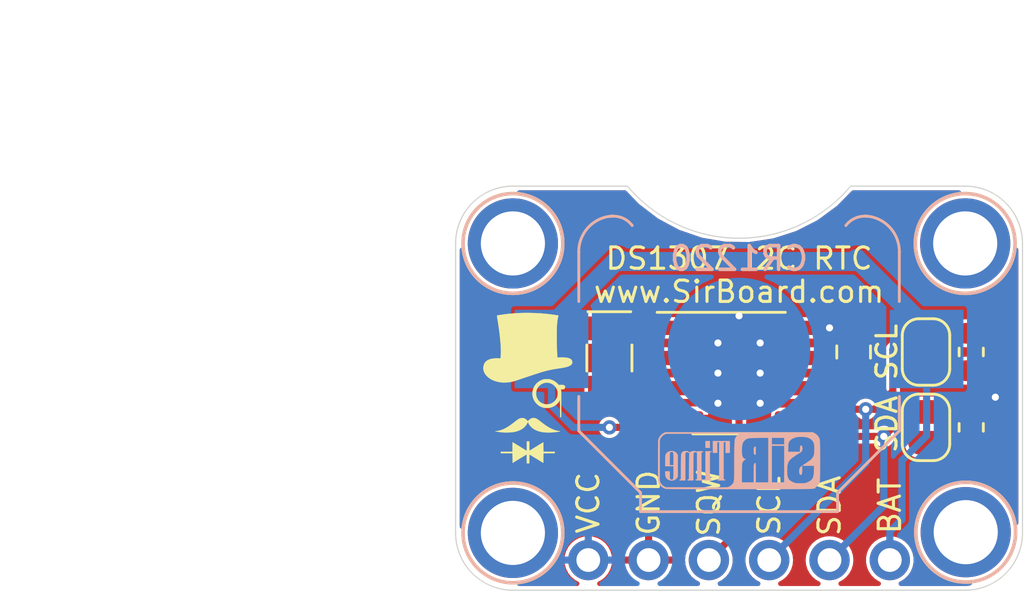
<source format=kicad_pcb>
(kicad_pcb (version 20171130) (host pcbnew "(5.1.2)-2")

  (general
    (thickness 1.6)
    (drawings 24)
    (tracks 76)
    (zones 0)
    (modules 15)
    (nets 11)
  )

  (page User 132.004 102.006)
  (title_block
    (title "DS1307Z Based Real Time Clock")
    (date 2019-12-03)
    (rev 1)
    (company www.SirBoard.com)
    (comment 1 SirBoard)
    (comment 2 SirTime)
    (comment 3 DS1307Z)
  )

  (layers
    (0 F.Cu signal)
    (31 B.Cu signal)
    (32 B.Adhes user hide)
    (33 F.Adhes user hide)
    (34 B.Paste user hide)
    (35 F.Paste user hide)
    (36 B.SilkS user)
    (37 F.SilkS user)
    (38 B.Mask user hide)
    (39 F.Mask user hide)
    (40 Dwgs.User user)
    (41 Cmts.User user hide)
    (42 Eco1.User user hide)
    (43 Eco2.User user hide)
    (44 Edge.Cuts user)
    (45 Margin user hide)
    (46 B.CrtYd user hide)
    (47 F.CrtYd user hide)
    (48 B.Fab user hide)
    (49 F.Fab user hide)
  )

  (setup
    (last_trace_width 0.3)
    (user_trace_width 0.127)
    (user_trace_width 0.15)
    (user_trace_width 0.2)
    (user_trace_width 0.25)
    (user_trace_width 0.3)
    (user_trace_width 0.4)
    (user_trace_width 0.5)
    (user_trace_width 0.6)
    (user_trace_width 0.7)
    (user_trace_width 0.8)
    (user_trace_width 0.9)
    (user_trace_width 1)
    (user_trace_width 1.5)
    (user_trace_width 2)
    (trace_clearance 0.127)
    (zone_clearance 0.15)
    (zone_45_only no)
    (trace_min 0.127)
    (via_size 0.6)
    (via_drill 0.3)
    (via_min_size 0.6)
    (via_min_drill 0.3)
    (user_via 0.6 0.3)
    (user_via 0.8 0.4)
    (user_via 1 0.5)
    (user_via 1.6 0.8)
    (user_via 3.5 2.5)
    (uvia_size 0.45)
    (uvia_drill 0.2)
    (uvias_allowed no)
    (uvia_min_size 0.45)
    (uvia_min_drill 0.1)
    (edge_width 0.05)
    (segment_width 0.2)
    (pcb_text_width 0.3)
    (pcb_text_size 1.5 1.5)
    (mod_edge_width 0.12)
    (mod_text_size 0.8 0.9)
    (mod_text_width 0.13)
    (pad_size 6 6)
    (pad_drill 0)
    (pad_to_mask_clearance 0)
    (solder_mask_min_width 0.1)
    (aux_axis_origin 0 0)
    (visible_elements 7FFFFFFF)
    (pcbplotparams
      (layerselection 0x010f0_ffffffff)
      (usegerberextensions false)
      (usegerberattributes false)
      (usegerberadvancedattributes false)
      (creategerberjobfile false)
      (excludeedgelayer true)
      (linewidth 0.100000)
      (plotframeref false)
      (viasonmask false)
      (mode 1)
      (useauxorigin true)
      (hpglpennumber 1)
      (hpglpenspeed 20)
      (hpglpendiameter 15.000000)
      (psnegative false)
      (psa4output false)
      (plotreference true)
      (plotvalue false)
      (plotinvisibletext false)
      (padsonsilk false)
      (subtractmaskfromsilk false)
      (outputformat 1)
      (mirror false)
      (drillshape 0)
      (scaleselection 1)
      (outputdirectory "C:/Users/elisha3/Desktop/GitHub/Gerbers/SirMicro/"))
  )

  (net 0 "")
  (net 1 GND)
  (net 2 SCL)
  (net 3 SDA)
  (net 4 VCC)
  (net 5 "Net-(A1-Pad2)")
  (net 6 "Net-(A2-Pad2)")
  (net 7 VBAT)
  (net 8 SQW)
  (net 9 "Net-(U1-Pad2)")
  (net 10 "Net-(U1-Pad1)")

  (net_class Default "This is the default net class."
    (clearance 0.127)
    (trace_width 0.127)
    (via_dia 0.6)
    (via_drill 0.3)
    (uvia_dia 0.45)
    (uvia_drill 0.2)
    (add_net GND)
    (add_net "Net-(A1-Pad2)")
    (add_net "Net-(A2-Pad2)")
    (add_net "Net-(U1-Pad1)")
    (add_net "Net-(U1-Pad2)")
    (add_net SCL)
    (add_net SDA)
    (add_net SQW)
    (add_net VBAT)
    (add_net VCC)
  )

  (module Battery:BatteryHolder_Keystone_3000_1x12mm (layer B.Cu) (tedit 5DFA129F) (tstamp 5DE583D7)
    (at 69.469 35.941)
    (descr http://www.keyelco.com/product-pdf.cfm?p=777)
    (tags "Keystone type 3000 coin cell retainer")
    (path /5DE772AA)
    (attr smd)
    (fp_text reference CR1220 (at 0 -3.81) (layer B.SilkS)
      (effects (font (size 1 1) (thickness 0.15)) (justify mirror))
    )
    (fp_text value Battery_Cell (at 0 -7.5) (layer B.Fab)
      (effects (font (size 1 1) (thickness 0.15)) (justify mirror))
    )
    (fp_line (start -4 6.7) (end 4 6.7) (layer B.Fab) (width 0.1))
    (fp_line (start -4 6.7) (end -4 6) (layer B.Fab) (width 0.1))
    (fp_line (start 4 6.7) (end 4 6) (layer B.Fab) (width 0.1))
    (fp_line (start -4 6) (end -6.6 3.4) (layer B.Fab) (width 0.1))
    (fp_line (start 4 6) (end 6.6 3.4) (layer B.Fab) (width 0.1))
    (fp_line (start -6.6 3.4) (end -6.6 -4.1) (layer B.Fab) (width 0.1))
    (fp_line (start 6.6 3.4) (end 6.6 -4.1) (layer B.Fab) (width 0.1))
    (fp_arc (start -5.25 -4.1) (end -5.3 -5.45) (angle -90) (layer B.Fab) (width 0.1))
    (fp_line (start 10.15 -2.15) (end 7.25 -2.15) (layer B.CrtYd) (width 0.05))
    (fp_line (start 10.15 2.15) (end 10.15 -2.15) (layer B.CrtYd) (width 0.05))
    (fp_line (start 7.25 2.15) (end 10.15 2.15) (layer B.CrtYd) (width 0.05))
    (fp_line (start -10.15 -2.15) (end -7.25 -2.15) (layer B.CrtYd) (width 0.05))
    (fp_line (start -10.15 2.15) (end -10.15 -2.15) (layer B.CrtYd) (width 0.05))
    (fp_line (start -7.25 2.15) (end -10.15 2.15) (layer B.CrtYd) (width 0.05))
    (fp_line (start 6.75 3.45) (end 6.75 2) (layer B.SilkS) (width 0.12))
    (fp_line (start 4.15 6.05) (end 6.75 3.45) (layer B.SilkS) (width 0.12))
    (fp_line (start 4.15 6.85) (end 4.15 6.05) (layer B.SilkS) (width 0.12))
    (fp_line (start -4.15 6.85) (end 4.15 6.85) (layer B.SilkS) (width 0.12))
    (fp_line (start -4.15 6.05) (end -4.15 6.85) (layer B.SilkS) (width 0.12))
    (fp_line (start -6.75 3.45) (end -4.15 6.05) (layer B.SilkS) (width 0.12))
    (fp_line (start -6.75 2) (end -6.75 3.45) (layer B.SilkS) (width 0.12))
    (fp_line (start -7.25 2.15) (end -7.25 3.8) (layer B.CrtYd) (width 0.05))
    (fp_line (start -7.25 3.8) (end -4.65 6.4) (layer B.CrtYd) (width 0.05))
    (fp_line (start -4.65 6.4) (end -4.65 7.35) (layer B.CrtYd) (width 0.05))
    (fp_line (start -4.65 7.35) (end 4.65 7.35) (layer B.CrtYd) (width 0.05))
    (fp_line (start 4.65 6.4) (end 4.65 7.35) (layer B.CrtYd) (width 0.05))
    (fp_line (start 7.25 3.8) (end 4.65 6.4) (layer B.CrtYd) (width 0.05))
    (fp_line (start 7.25 2.15) (end 7.25 3.8) (layer B.CrtYd) (width 0.05))
    (fp_arc (start 5.25 -4.1) (end 5.3 -5.45) (angle 90) (layer B.Fab) (width 0.1))
    (fp_line (start -6.75 -2) (end -6.75 -4.1) (layer B.SilkS) (width 0.12))
    (fp_line (start 6.75 -2) (end 6.75 -4.1) (layer B.SilkS) (width 0.12))
    (fp_line (start 7.25 -2.15) (end 7.25 -4.1) (layer B.CrtYd) (width 0.05))
    (fp_line (start -7.25 -2.15) (end -7.25 -4.1) (layer B.CrtYd) (width 0.05))
    (fp_arc (start -5.25 -4.1) (end -5.3 -5.6) (angle -90) (layer B.SilkS) (width 0.12))
    (fp_arc (start 5.25 -4.1) (end 5.3 -5.6) (angle 90) (layer B.SilkS) (width 0.12))
    (fp_arc (start -5.25 -4.1) (end -5.3 -6.1) (angle -90) (layer B.CrtYd) (width 0.05))
    (fp_arc (start 0 -8.9) (end -4.6 -5.1) (angle -101) (layer B.Fab) (width 0.1))
    (fp_arc (start -5.29 -4.6) (end -4.6 -5.1) (angle -60) (layer B.Fab) (width 0.1))
    (fp_arc (start 5.29 -4.6) (end 4.6 -5.1) (angle 60) (layer B.Fab) (width 0.1))
    (fp_arc (start -5.29 -4.6) (end -4.5 -5.2) (angle -60) (layer B.SilkS) (width 0.12))
    (fp_arc (start 5.29 -4.6) (end 4.5 -5.2) (angle 60) (layer B.SilkS) (width 0.12))
    (fp_circle (center 0 0) (end 0 -6.25) (layer Dwgs.User) (width 0.15))
    (fp_arc (start -5.29 -4.6) (end -4.22 -5.65) (angle -54.1) (layer B.CrtYd) (width 0.05))
    (fp_arc (start 5.29 -4.6) (end 4.22 -5.65) (angle 54.1) (layer B.CrtYd) (width 0.05))
    (fp_arc (start 5.25 -4.1) (end 5.3 -6.1) (angle 90) (layer B.CrtYd) (width 0.05))
    (fp_arc (start 0 0) (end 0 -6.75) (angle 36.6) (layer B.CrtYd) (width 0.05))
    (fp_arc (start 0.11 -9.15) (end -4.22 -5.65) (angle -3.1) (layer B.CrtYd) (width 0.05))
    (fp_arc (start 0.11 -9.15) (end 4.22 -5.65) (angle 3.1) (layer B.CrtYd) (width 0.05))
    (fp_arc (start 0 0) (end 0 -6.75) (angle -36.6) (layer B.CrtYd) (width 0.05))
    (fp_text user %R (at 0 0) (layer B.Fab)
      (effects (font (size 1 1) (thickness 0.15)) (justify mirror))
    )
    (pad 2 smd circle (at 0 0) (size 6 6) (layers B.Cu B.Mask)
      (net 1 GND))
    (pad 1 smd rect (at 7.9 0) (size 3.1 3.3) (layers B.Cu B.Paste B.Mask)
      (net 7 VBAT))
    (pad 1 smd rect (at -7.9 0) (size 3.1 3.3) (layers B.Cu B.Paste B.Mask)
      (net 7 VBAT))
    (model ${KISYS3DMOD}/Battery.3dshapes/BatteryHolder_Keystone_3000_1x12mm.wrl
      (at (xyz 0 0 0))
      (scale (xyz 1 1 1))
      (rotate (xyz 0 0 0))
    )
  )

  (module logo:logo63x89 (layer F.Cu) (tedit 0) (tstamp 5DFA0A59)
    (at 60.579 37.592)
    (fp_text reference G*** (at 0 0) (layer F.SilkS) hide
      (effects (font (size 1.524 1.524) (thickness 0.3)))
    )
    (fp_text value LOGO (at 0.75 0) (layer F.SilkS) hide
      (effects (font (size 1.524 1.524) (thickness 0.3)))
    )
    (fp_poly (pts (xy 0.294608 -3.163061) (xy 0.571806 -3.147075) (xy 0.845525 -3.12179) (xy 1.112846 -3.087234)
      (xy 1.1557 -3.080712) (xy 1.205559 -3.073027) (xy 1.240937 -3.067267) (xy 1.26402 -3.062384)
      (xy 1.276999 -3.057331) (xy 1.28206 -3.05106) (xy 1.281394 -3.042525) (xy 1.277187 -3.030677)
      (xy 1.274652 -3.023788) (xy 1.26104 -2.975414) (xy 1.248531 -2.91085) (xy 1.237236 -2.830812)
      (xy 1.227262 -2.736013) (xy 1.223018 -2.686005) (xy 1.218452 -2.613652) (xy 1.214914 -2.526733)
      (xy 1.212387 -2.427586) (xy 1.210853 -2.318547) (xy 1.210297 -2.201952) (xy 1.210701 -2.080137)
      (xy 1.212048 -1.955439) (xy 1.214321 -1.830193) (xy 1.217504 -1.706737) (xy 1.221579 -1.587406)
      (xy 1.226531 -1.474536) (xy 1.232341 -1.370465) (xy 1.232537 -1.367366) (xy 1.237378 -1.291166)
      (xy 1.389606 -1.293975) (xy 1.494696 -1.293609) (xy 1.584608 -1.288254) (xy 1.660385 -1.277783)
      (xy 1.723067 -1.262072) (xy 1.755989 -1.249565) (xy 1.802744 -1.224372) (xy 1.834625 -1.195291)
      (xy 1.853673 -1.159268) (xy 1.861927 -1.113251) (xy 1.862666 -1.089911) (xy 1.86176 -1.058721)
      (xy 1.857543 -1.037582) (xy 1.847767 -1.019644) (xy 1.833954 -1.002437) (xy 1.805293 -0.974383)
      (xy 1.769206 -0.949262) (xy 1.724366 -0.926655) (xy 1.669445 -0.906139) (xy 1.603117 -0.887293)
      (xy 1.524056 -0.869697) (xy 1.430934 -0.852929) (xy 1.322424 -0.836569) (xy 1.302958 -0.83388)
      (xy 1.134803 -0.808425) (xy 0.976069 -0.778909) (xy 0.819435 -0.7438) (xy 0.657581 -0.701565)
      (xy 0.618066 -0.690459) (xy 0.589196 -0.681835) (xy 0.546072 -0.668389) (xy 0.49049 -0.650709)
      (xy 0.42424 -0.629383) (xy 0.349117 -0.604999) (xy 0.266914 -0.578144) (xy 0.179423 -0.549409)
      (xy 0.088438 -0.519379) (xy -0.004248 -0.488643) (xy -0.096842 -0.45779) (xy -0.187552 -0.427408)
      (xy -0.274583 -0.398084) (xy -0.311148 -0.385703) (xy -0.396359 -0.356954) (xy -0.467901 -0.333229)
      (xy -0.528062 -0.313876) (xy -0.579127 -0.298245) (xy -0.623382 -0.285683) (xy -0.663113 -0.275541)
      (xy -0.700606 -0.267166) (xy -0.738148 -0.259907) (xy -0.7747 -0.253655) (xy -0.826831 -0.246959)
      (xy -0.887987 -0.241974) (xy -0.953191 -0.238851) (xy -1.017467 -0.237737) (xy -1.075838 -0.238783)
      (xy -1.123326 -0.242138) (xy -1.130301 -0.242994) (xy -1.268862 -0.267698) (xy -1.394466 -0.303136)
      (xy -1.507331 -0.349409) (xy -1.607673 -0.406613) (xy -1.695713 -0.474848) (xy -1.739521 -0.5177)
      (xy -1.796628 -0.586461) (xy -1.837976 -0.655473) (xy -1.864599 -0.727169) (xy -1.87753 -0.803983)
      (xy -1.879187 -0.846667) (xy -1.872156 -0.931089) (xy -1.851093 -1.006044) (xy -1.816039 -1.071479)
      (xy -1.767038 -1.12734) (xy -1.704132 -1.173574) (xy -1.627363 -1.210127) (xy -1.57474 -1.22737)
      (xy -1.515249 -1.240471) (xy -1.444985 -1.250129) (xy -1.36985 -1.255855) (xy -1.295745 -1.257161)
      (xy -1.24315 -1.25485) (xy -1.161266 -1.248521) (xy -1.156405 -1.272826) (xy -1.146634 -1.339587)
      (xy -1.140746 -1.421782) (xy -1.13866 -1.518384) (xy -1.140292 -1.628364) (xy -1.145562 -1.750694)
      (xy -1.154386 -1.884346) (xy -1.166683 -2.028293) (xy -1.18237 -2.181505) (xy -1.201366 -2.342956)
      (xy -1.223587 -2.511616) (xy -1.248953 -2.686459) (xy -1.27738 -2.866455) (xy -1.289639 -2.939955)
      (xy -1.297329 -2.98647) (xy -1.302067 -3.018943) (xy -1.303992 -3.039982) (xy -1.303242 -3.052193)
      (xy -1.299955 -3.058185) (xy -1.296017 -3.060135) (xy -1.279578 -3.063759) (xy -1.249509 -3.069312)
      (xy -1.208934 -3.076274) (xy -1.160979 -3.084127) (xy -1.108768 -3.092349) (xy -1.055427 -3.100421)
      (xy -1.0414 -3.102484) (xy -0.790594 -3.13343) (xy -0.52867 -3.154932) (xy -0.258549 -3.167018)
      (xy 0.01685 -3.169718) (xy 0.294608 -3.163061)) (layer F.SilkS) (width 0.01))
    (fp_poly (pts (xy 0.848142 -0.381208) (xy 0.909974 -0.374338) (xy 0.934034 -0.369465) (xy 1.017983 -0.342044)
      (xy 1.100067 -0.301697) (xy 1.175818 -0.2511) (xy 1.240767 -0.192927) (xy 1.254901 -0.177389)
      (xy 1.291166 -0.135658) (xy 1.398983 -0.135562) (xy 1.443468 -0.135405) (xy 1.474472 -0.134605)
      (xy 1.495444 -0.13253) (xy 1.509835 -0.128549) (xy 1.521097 -0.12203) (xy 1.53268 -0.11234)
      (xy 1.534449 -0.110761) (xy 1.551614 -0.093071) (xy 1.559753 -0.075496) (xy 1.562058 -0.050321)
      (xy 1.5621 -0.043917) (xy 1.556852 -0.006725) (xy 1.540371 0.020557) (xy 1.511555 0.038696)
      (xy 1.469297 0.048458) (xy 1.425756 0.050753) (xy 1.382547 0.0508) (xy 1.392651 0.091017)
      (xy 1.394827 0.104575) (xy 1.396619 0.127004) (xy 1.398036 0.159252) (xy 1.399089 0.202264)
      (xy 1.399787 0.256988) (xy 1.400142 0.32437) (xy 1.400161 0.405357) (xy 1.399856 0.500895)
      (xy 1.399237 0.611932) (xy 1.3988 0.675217) (xy 1.394844 1.2192) (xy 1.354846 1.2192)
      (xy 1.352639 0.853017) (xy 1.350433 0.486834) (xy 1.323709 0.5334) (xy 1.268153 0.614049)
      (xy 1.201861 0.682866) (xy 1.126597 0.739441) (xy 1.044125 0.783366) (xy 0.95621 0.814232)
      (xy 0.864614 0.83163) (xy 0.771102 0.835151) (xy 0.677439 0.824386) (xy 0.585387 0.798926)
      (xy 0.496711 0.758362) (xy 0.457199 0.734293) (xy 0.43476 0.717239) (xy 0.405345 0.691851)
      (xy 0.373526 0.662177) (xy 0.354966 0.643778) (xy 0.291916 0.567767) (xy 0.243074 0.483091)
      (xy 0.208964 0.391057) (xy 0.190109 0.292972) (xy 0.187074 0.237045) (xy 0.338515 0.237045)
      (xy 0.346999 0.315719) (xy 0.369533 0.393307) (xy 0.406698 0.468082) (xy 0.453178 0.5316)
      (xy 0.511858 0.587115) (xy 0.580826 0.630974) (xy 0.657284 0.662271) (xy 0.738436 0.680101)
      (xy 0.821485 0.683557) (xy 0.893233 0.674139) (xy 0.97638 0.647672) (xy 1.051504 0.606843)
      (xy 1.11731 0.552828) (xy 1.172506 0.486803) (xy 1.215799 0.409943) (xy 1.233701 0.364556)
      (xy 1.246135 0.312566) (xy 1.252482 0.251653) (xy 1.252591 0.188644) (xy 1.246309 0.130367)
      (xy 1.239559 0.10102) (xy 1.207396 0.020588) (xy 1.161425 -0.051645) (xy 1.103414 -0.114052)
      (xy 1.03513 -0.165002) (xy 0.95834 -0.202868) (xy 0.88724 -0.223645) (xy 0.841123 -0.232166)
      (xy 0.80434 -0.235913) (xy 0.769985 -0.234914) (xy 0.731153 -0.229197) (xy 0.706966 -0.224384)
      (xy 0.623897 -0.199141) (xy 0.550244 -0.16118) (xy 0.486587 -0.112225) (xy 0.433505 -0.054004)
      (xy 0.391578 0.01176) (xy 0.361384 0.08334) (xy 0.343504 0.15901) (xy 0.338515 0.237045)
      (xy 0.187074 0.237045) (xy 0.186266 0.222173) (xy 0.194445 0.125221) (xy 0.218159 0.032159)
      (xy 0.256171 -0.055462) (xy 0.307244 -0.136093) (xy 0.370142 -0.208183) (xy 0.44363 -0.270183)
      (xy 0.526469 -0.320543) (xy 0.617425 -0.357713) (xy 0.657911 -0.369058) (xy 0.714914 -0.378558)
      (xy 0.780723 -0.382611) (xy 0.848142 -0.381208)) (layer F.SilkS) (width 0.01))
    (fp_poly (pts (xy 0.277666 1.259842) (xy 0.315987 1.270149) (xy 0.340339 1.278993) (xy 0.366514 1.291478)
      (xy 0.396307 1.308801) (xy 0.431509 1.332163) (xy 0.473914 1.362763) (xy 0.525314 1.4018)
      (xy 0.587504 1.450473) (xy 0.598126 1.45888) (xy 0.728848 1.556458) (xy 0.85485 1.638332)
      (xy 0.975991 1.70443) (xy 1.092127 1.754679) (xy 1.203115 1.789008) (xy 1.286187 1.804708)
      (xy 1.317528 1.809142) (xy 1.337997 1.813029) (xy 1.346722 1.816769) (xy 1.342832 1.820765)
      (xy 1.325456 1.825418) (xy 1.293721 1.831128) (xy 1.246758 1.838297) (xy 1.198033 1.845295)
      (xy 1.074247 1.859396) (xy 0.950036 1.866991) (xy 0.828936 1.868099) (xy 0.714487 1.862739)
      (xy 0.610228 1.850933) (xy 0.55862 1.841721) (xy 0.440667 1.81091) (xy 0.334383 1.769725)
      (xy 0.240354 1.718557) (xy 0.159163 1.657792) (xy 0.091397 1.587822) (xy 0.03764 1.509035)
      (xy 0.026212 1.487518) (xy -0.005006 1.425377) (xy -0.028011 1.472572) (xy -0.078998 1.55819)
      (xy -0.143494 1.633714) (xy -0.221328 1.699032) (xy -0.31233 1.754033) (xy -0.416331 1.798603)
      (xy -0.533158 1.832632) (xy -0.593607 1.845163) (xy -0.654366 1.853927) (xy -0.72725 1.860692)
      (xy -0.807546 1.865283) (xy -0.890545 1.867526) (xy -0.971536 1.867244) (xy -1.045807 1.864264)
      (xy -1.066801 1.862759) (xy -1.098101 1.859681) (xy -1.137644 1.854979) (xy -1.18225 1.849124)
      (xy -1.228744 1.842589) (xy -1.273947 1.835846) (xy -1.314683 1.829367) (xy -1.347774 1.823625)
      (xy -1.370043 1.819093) (xy -1.37817 1.816474) (xy -1.371708 1.814576) (xy -1.35252 1.811726)
      (xy -1.324741 1.808537) (xy -1.324373 1.808499) (xy -1.231302 1.79363) (xy -1.136422 1.767618)
      (xy -1.03867 1.729922) (xy -0.936985 1.68) (xy -0.830304 1.617311) (xy -0.717565 1.541314)
      (xy -0.597705 1.451466) (xy -0.550334 1.413791) (xy -0.495945 1.370673) (xy -0.451376 1.337332)
      (xy -0.413971 1.312099) (xy -0.381075 1.293304) (xy -0.350029 1.279275) (xy -0.319827 1.26884)
      (xy -0.253545 1.256661) (xy -0.190402 1.261014) (xy -0.131226 1.281656) (xy -0.076844 1.318343)
      (xy -0.045611 1.349367) (xy -0.006623 1.393588) (xy 0.045372 1.341637) (xy 0.083566 1.30709)
      (xy 0.118925 1.283687) (xy 0.146367 1.271376) (xy 0.191459 1.257917) (xy 0.233095 1.254088)
      (xy 0.277666 1.259842)) (layer F.SilkS) (width 0.01))
    (fp_poly (pts (xy 0.059266 2.439106) (xy 0.059544 2.494396) (xy 0.060322 2.543378) (xy 0.06152 2.583738)
      (xy 0.063058 2.613161) (xy 0.064853 2.629334) (xy 0.066003 2.631722) (xy 0.074999 2.626632)
      (xy 0.096134 2.614093) (xy 0.1271 2.595493) (xy 0.165591 2.572217) (xy 0.2093 2.545652)
      (xy 0.216287 2.541394) (xy 0.274245 2.506062) (xy 0.340354 2.46576) (xy 0.408304 2.424335)
      (xy 0.471786 2.385633) (xy 0.503766 2.366135) (xy 0.647699 2.278382) (xy 0.649969 2.476925)
      (xy 0.652239 2.675467) (xy 1.126066 2.675467) (xy 1.126066 2.7432) (xy 0.652234 2.7432)
      (xy 0.649967 2.945489) (xy 0.647699 3.147778) (xy 0.50722 3.061906) (xy 0.45154 3.027867)
      (xy 0.38731 2.988597) (xy 0.320426 2.9477) (xy 0.256782 2.908781) (xy 0.217925 2.885017)
      (xy 0.172985 2.857671) (xy 0.133011 2.833613) (xy 0.100222 2.814155) (xy 0.076835 2.800612)
      (xy 0.065069 2.794296) (xy 0.064188 2.794) (xy 0.062758 2.802064) (xy 0.061492 2.824644)
      (xy 0.060452 2.859324) (xy 0.059704 2.903687) (xy 0.05931 2.955317) (xy 0.059266 2.980267)
      (xy 0.059266 3.166533) (xy -0.050483 3.166533) (xy -0.052758 2.976146) (xy -0.055034 2.785759)
      (xy -0.14069 2.839341) (xy -0.175231 2.860812) (xy -0.205207 2.879194) (xy -0.227316 2.892477)
      (xy -0.238056 2.89856) (xy -0.248122 2.904332) (xy -0.270621 2.91778) (xy -0.303571 2.9377)
      (xy -0.344987 2.962888) (xy -0.392885 2.992139) (xy -0.445281 3.024251) (xy -0.448734 3.026371)
      (xy -0.6477 3.148546) (xy -0.649968 2.945873) (xy -0.652235 2.7432) (xy -1.143001 2.7432)
      (xy -1.143001 2.675467) (xy -0.651934 2.675467) (xy -0.651934 2.4765) (xy -0.651794 2.420486)
      (xy -0.651402 2.370572) (xy -0.650798 2.329099) (xy -0.650023 2.298402) (xy -0.649116 2.280822)
      (xy -0.648493 2.277533) (xy -0.640429 2.28172) (xy -0.620666 2.293209) (xy -0.591907 2.310399)
      (xy -0.556855 2.331683) (xy -0.544777 2.339082) (xy -0.500282 2.366345) (xy -0.447084 2.398868)
      (xy -0.390955 2.433126) (xy -0.33767 2.465592) (xy -0.321734 2.475287) (xy -0.273836 2.504453)
      (xy -0.224247 2.534712) (xy -0.17765 2.563203) (xy -0.138726 2.587066) (xy -0.124884 2.59558)
      (xy -0.0508 2.641214) (xy -0.0508 2.243667) (xy 0.059266 2.243667) (xy 0.059266 2.439106)) (layer F.SilkS) (width 0.01))
  )

  (module logo:SirTime68x24 (layer B.Cu) (tedit 0) (tstamp 5DFA0B17)
    (at 69.469 40.64 180)
    (fp_text reference G*** (at 0 0) (layer B.SilkS) hide
      (effects (font (size 1.524 1.524) (thickness 0.3)) (justify mirror))
    )
    (fp_text value LOGO (at 0.75 0) (layer B.SilkS) hide
      (effects (font (size 1.524 1.524) (thickness 0.3)) (justify mirror))
    )
    (fp_poly (pts (xy 3.168343 1.15838) (xy 3.237423 1.116641) (xy 3.297706 1.062668) (xy 3.347114 0.999061)
      (xy 3.383568 0.928418) (xy 3.40271 0.8653) (xy 3.404489 0.849539) (xy 3.406068 0.820054)
      (xy 3.40745 0.7765) (xy 3.40864 0.718535) (xy 3.409641 0.645812) (xy 3.410457 0.557989)
      (xy 3.411091 0.454719) (xy 3.411548 0.335658) (xy 3.41183 0.200463) (xy 3.411941 0.048789)
      (xy 3.411941 -0.002533) (xy 3.411919 -0.143617) (xy 3.411862 -0.268826) (xy 3.41172 -0.379217)
      (xy 3.41144 -0.475848) (xy 3.410971 -0.559778) (xy 3.410261 -0.632064) (xy 3.409258 -0.693765)
      (xy 3.407912 -0.745937) (xy 3.406169 -0.789639) (xy 3.403978 -0.825929) (xy 3.401288 -0.855865)
      (xy 3.398047 -0.880505) (xy 3.394204 -0.900906) (xy 3.389705 -0.918127) (xy 3.384501 -0.933225)
      (xy 3.378538 -0.947259) (xy 3.371766 -0.961286) (xy 3.364371 -0.975893) (xy 3.327094 -1.033001)
      (xy 3.276848 -1.085991) (xy 3.217557 -1.131916) (xy 3.153145 -1.167831) (xy 3.087535 -1.190791)
      (xy 3.074324 -1.193624) (xy 3.06122 -1.194514) (xy 3.031552 -1.195353) (xy 2.985301 -1.19614)
      (xy 2.922447 -1.196876) (xy 2.842967 -1.19756) (xy 2.746842 -1.198193) (xy 2.634051 -1.198775)
      (xy 2.504574 -1.199305) (xy 2.358389 -1.199785) (xy 2.195477 -1.200213) (xy 2.015815 -1.20059)
      (xy 1.819385 -1.200916) (xy 1.606164 -1.201191) (xy 1.376133 -1.201415) (xy 1.129271 -1.201589)
      (xy 0.865557 -1.201711) (xy 0.58497 -1.201783) (xy 0.28749 -1.201804) (xy -0.007506 -1.201778)
      (xy -0.277325 -1.201732) (xy -0.530736 -1.201682) (xy -0.768262 -1.201624) (xy -0.990431 -1.201557)
      (xy -1.197765 -1.201477) (xy -1.39079 -1.201383) (xy -1.57003 -1.20127) (xy -1.736011 -1.201137)
      (xy -1.889257 -1.200982) (xy -2.030294 -1.2008) (xy -2.159645 -1.200591) (xy -2.277836 -1.20035)
      (xy -2.385392 -1.200076) (xy -2.482837 -1.199765) (xy -2.570697 -1.199415) (xy -2.649496 -1.199024)
      (xy -2.719758 -1.198589) (xy -2.78201 -1.198106) (xy -2.836774 -1.197574) (xy -2.884578 -1.19699)
      (xy -2.925944 -1.196351) (xy -2.961399 -1.195654) (xy -2.991467 -1.194897) (xy -3.016672 -1.194077)
      (xy -3.03754 -1.193192) (xy -3.054595 -1.192239) (xy -3.068363 -1.191214) (xy -3.079367 -1.190116)
      (xy -3.088134 -1.188942) (xy -3.095187 -1.18769) (xy -3.101052 -1.186355) (xy -3.102006 -1.18611)
      (xy -3.135919 -1.17865) (xy -3.167521 -1.174016) (xy -3.188727 -1.173191) (xy -3.209126 -1.172973)
      (xy -3.220831 -1.169425) (xy -3.221264 -1.16889) (xy -3.216726 -1.165167) (xy -3.200346 -1.164381)
      (xy -3.196025 -1.164654) (xy -3.181463 -1.165479) (xy -3.176412 -1.163706) (xy -3.182142 -1.157458)
      (xy -3.199924 -1.14486) (xy -3.217328 -1.133192) (xy -3.281244 -1.081321) (xy -3.334126 -1.019415)
      (xy -3.374159 -0.950147) (xy -3.399526 -0.876192) (xy -3.402891 -0.859928) (xy -3.404697 -0.841587)
      (xy -3.4063 -0.807386) (xy -3.407699 -0.757202) (xy -3.408897 -0.690911) (xy -3.409895 -0.608391)
      (xy -3.410694 -0.509518) (xy -3.411296 -0.394171) (xy -3.411701 -0.262225) (xy -3.411911 -0.113559)
      (xy -3.411942 0.003672) (xy -3.411922 0.143878) (xy -3.41187 0.268219) (xy -3.411733 0.377766)
      (xy -3.411453 0.473589) (xy -3.411153 0.526061) (xy -3.175093 0.526061) (xy -3.17496 0.471253)
      (xy -3.173433 0.415321) (xy -3.170624 0.361445) (xy -3.166647 0.312806) (xy -3.161613 0.272584)
      (xy -3.155636 0.243961) (xy -3.151146 0.232834) (xy -3.145415 0.217725) (xy -3.143281 0.207801)
      (xy -3.136984 0.191319) (xy -3.13173 0.185688) (xy -3.124616 0.178406) (xy -3.124719 0.176854)
      (xy -3.12436 0.16544) (xy -3.11819 0.1495) (xy -3.109967 0.137429) (xy -3.106197 0.135467)
      (xy -3.101689 0.130238) (xy -3.10307 0.126941) (xy -3.101253 0.117254) (xy -3.095152 0.113354)
      (xy -3.085709 0.106044) (xy -3.085769 0.102137) (xy -3.082022 0.093414) (xy -3.06788 0.076685)
      (xy -3.046076 0.054634) (xy -3.019344 0.029947) (xy -2.990418 0.005311) (xy -2.973917 -0.00774)
      (xy -2.95414 -0.021794) (xy -2.941071 -0.028997) (xy -2.937934 -0.028726) (xy -2.933748 -0.028759)
      (xy -2.92735 -0.035443) (xy -2.916624 -0.045167) (xy -2.896575 -0.060378) (xy -2.870415 -0.078938)
      (xy -2.841356 -0.09871) (xy -2.81261 -0.117555) (xy -2.787388 -0.133334) (xy -2.768903 -0.14391)
      (xy -2.760366 -0.147144) (xy -2.760133 -0.146766) (xy -2.755959 -0.147757) (xy -2.747703 -0.157131)
      (xy -2.738342 -0.167257) (xy -2.735003 -0.167216) (xy -2.729841 -0.167409) (xy -2.719733 -0.175683)
      (xy -2.701064 -0.191909) (xy -2.68375 -0.204872) (xy -2.67848 -0.208998) (xy -2.677181 -0.212255)
      (xy -2.681487 -0.21475) (xy -2.693033 -0.21659) (xy -2.713457 -0.217881) (xy -2.744392 -0.218731)
      (xy -2.787475 -0.219246) (xy -2.844341 -0.219533) (xy -2.910722 -0.219689) (xy -3.158678 -0.220133)
      (xy -3.157574 -0.37465) (xy -3.156603 -0.444477) (xy -3.154622 -0.500717) (xy -3.151366 -0.546699)
      (xy -3.14657 -0.585753) (xy -3.139967 -0.621208) (xy -3.136791 -0.634999) (xy -3.1316 -0.65645)
      (xy -3.128586 -0.668866) (xy -3.125173 -0.680092) (xy -3.124219 -0.681566) (xy -3.121949 -0.688744)
      (xy -3.119069 -0.702722) (xy -3.110878 -0.725957) (xy -3.09539 -0.754061) (xy -3.075518 -0.783175)
      (xy -3.054174 -0.809441) (xy -3.034273 -0.829001) (xy -3.018725 -0.837998) (xy -3.016783 -0.838199)
      (xy -3.006566 -0.842898) (xy -3.005667 -0.84594) (xy -2.998079 -0.857523) (xy -2.977368 -0.872607)
      (xy -2.946608 -0.88976) (xy -2.908876 -0.907555) (xy -2.867248 -0.924561) (xy -2.8248 -0.93935)
      (xy -2.784607 -0.950491) (xy -2.777067 -0.952165) (xy -2.749721 -0.955859) (xy -2.709357 -0.958678)
      (xy -2.65987 -0.960601) (xy -2.605153 -0.961612) (xy -2.549101 -0.961689) (xy -2.495607 -0.960814)
      (xy -2.448565 -0.958967) (xy -2.411869 -0.956131) (xy -2.396933 -0.954037) (xy -2.362555 -0.946183)
      (xy -2.329995 -0.936154) (xy -2.305064 -0.925881) (xy -2.296583 -0.920726) (xy -2.287495 -0.916317)
      (xy -2.286 -0.918058) (xy -2.279159 -0.917128) (xy -2.260982 -0.909582) (xy -2.234991 -0.896929)
      (xy -2.226735 -0.892647) (xy -2.193933 -0.873712) (xy -2.161694 -0.852206) (xy -2.132907 -0.830442)
      (xy -2.110461 -0.810732) (xy -2.097247 -0.795391) (xy -2.095416 -0.787536) (xy -2.09266 -0.779258)
      (xy -2.086448 -0.775646) (xy -2.077511 -0.767582) (xy -2.078083 -0.762782) (xy -2.076652 -0.75344)
      (xy -2.073925 -0.751986) (xy -2.06436 -0.742022) (xy -2.062473 -0.736446) (xy -2.05748 -0.719398)
      (xy -2.050871 -0.70174) (xy -2.041386 -0.668703) (xy -2.033727 -0.622101) (xy -2.027992 -0.565213)
      (xy -2.024275 -0.50132) (xy -2.022671 -0.4337) (xy -2.023275 -0.365634) (xy -2.026184 -0.300401)
      (xy -2.031491 -0.24128) (xy -2.036487 -0.206425) (xy -2.044549 -0.169849) (xy -2.056098 -0.130444)
      (xy -2.069774 -0.09159) (xy -2.084213 -0.056668) (xy -2.098055 -0.029058) (xy -2.109938 -0.012139)
      (xy -2.11625 -0.008466) (xy -2.124567 -0.001825) (xy -2.125133 0.00176) (xy -2.131038 0.014189)
      (xy -2.145726 0.032409) (xy -2.164654 0.051834) (xy -2.183282 0.067876) (xy -2.19707 0.075947)
      (xy -2.198818 0.0762) (xy -2.208939 0.081087) (xy -2.2098 0.084172) (xy -2.215939 0.093176)
      (xy -2.231688 0.107881) (xy -2.253049 0.125265) (xy -2.276023 0.142305) (xy -2.296609 0.155978)
      (xy -2.31081 0.163261) (xy -2.314556 0.163355) (xy -2.319586 0.164195) (xy -2.319867 0.166681)
      (xy -2.32598 0.17438) (xy -2.341853 0.18762) (xy -2.363783 0.203872) (xy -2.388069 0.220607)
      (xy -2.411009 0.235298) (xy -2.4289 0.245416) (xy -2.438042 0.248435) (xy -2.43853 0.247718)
      (xy -2.442137 0.247115) (xy -2.44488 0.250495) (xy -2.454455 0.259365) (xy -2.472515 0.272536)
      (xy -2.494944 0.287415) (xy -2.517626 0.301408) (xy -2.536444 0.31192) (xy -2.547284 0.316357)
      (xy -2.548467 0.315777) (xy -2.552652 0.317019) (xy -2.560898 0.326466) (xy -2.570203 0.335928)
      (xy -2.573598 0.334667) (xy -2.577752 0.334453) (xy -2.587047 0.34525) (xy -2.600947 0.359321)
      (xy -2.612199 0.364067) (xy -2.622737 0.371499) (xy -2.635703 0.39087) (xy -2.649028 0.417793)
      (xy -2.660643 0.447881) (xy -2.668481 0.476749) (xy -2.67008 0.486834) (xy -2.670615 0.526118)
      (xy -2.664245 0.56412) (xy -2.652395 0.597216) (xy -2.63649 0.62178) (xy -2.617955 0.634189)
      (xy -2.611832 0.635001) (xy -2.596788 0.627365) (xy -2.582901 0.607614) (xy -2.573026 0.580478)
      (xy -2.5706 0.566668) (xy -2.569086 0.5457) (xy -2.567721 0.513104) (xy -2.566702 0.474186)
      (xy -2.566347 0.45085) (xy -2.5654 0.364067) (xy -2.064496 0.364067) (xy -2.068354 0.51435)
      (xy -2.07043 0.581532) (xy -2.072599 0.626534) (xy -1.905 0.626534) (xy -1.905 -0.922866)
      (xy -1.380067 -0.922866) (xy -1.236133 -0.922866) (xy -0.702733 -0.922866) (xy -0.702733 -0.512233)
      (xy -0.70274 -0.415906) (xy -0.702665 -0.335249) (xy -0.702364 -0.268998) (xy -0.701691 -0.215889)
      (xy -0.700503 -0.174659) (xy -0.698656 -0.144045) (xy -0.696005 -0.122783) (xy -0.692405 -0.109608)
      (xy -0.687713 -0.103259) (xy -0.681785 -0.102471) (xy -0.674475 -0.10598) (xy -0.66564 -0.112524)
      (xy -0.657792 -0.118767) (xy -0.640302 -0.139993) (xy -0.630586 -0.172028) (xy -0.629965 -0.175917)
      (xy -0.627722 -0.191096) (xy -0.625872 -0.2051) (xy -0.62437 -0.219701) (xy -0.623171 -0.236674)
      (xy -0.62223 -0.257792) (xy -0.621503 -0.284828) (xy -0.620942 -0.319554) (xy -0.620504 -0.363745)
      (xy -0.620143 -0.419173) (xy -0.619813 -0.487612) (xy -0.619471 -0.570834) (xy -0.619392 -0.590549)
      (xy -0.618067 -0.922866) (xy -0.117557 -0.922866) (xy -0.120162 -0.521991) (xy -0.120916 -0.422942)
      (xy -0.121805 -0.339723) (xy -0.122866 -0.27123) (xy -0.124133 -0.216358) (xy -0.12564 -0.174005)
      (xy -0.127424 -0.143065) (xy -0.129518 -0.122436) (xy -0.131959 -0.111014) (xy -0.133277 -0.108462)
      (xy -0.139511 -0.095628) (xy -0.138216 -0.090237) (xy -0.139449 -0.085267) (xy -0.143934 -0.084666)
      (xy -0.151087 -0.081735) (xy -0.149912 -0.079356) (xy -0.150208 -0.068751) (xy -0.160432 -0.050449)
      (xy -0.177751 -0.027884) (xy -0.199331 -0.004491) (xy -0.22234 0.016296) (xy -0.238283 0.027772)
      (xy -0.279571 0.053438) (xy -0.243502 0.069552) (xy -0.216811 0.083941) (xy -0.192547 0.101184)
      (xy -0.174259 0.118205) (xy -0.165499 0.131929) (xy -0.165901 0.136763) (xy -0.163968 0.143453)
      (xy -0.160867 0.143934) (xy -0.155097 0.148857) (xy -0.156187 0.151677) (xy -0.154876 0.160983)
      (xy -0.152454 0.162261) (xy -0.143384 0.173581) (xy -0.135414 0.199918) (xy -0.128777 0.239376)
      (xy -0.123707 0.29006) (xy -0.120435 0.350075) (xy -0.119197 0.417527) (xy -0.119216 0.432361)
      (xy -0.121258 0.522926) (xy -0.126845 0.59905) (xy -0.136541 0.662961) (xy -0.15091 0.716887)
      (xy -0.170519 0.763057) (xy -0.195931 0.803699) (xy -0.221005 0.833932) (xy -0.251085 0.862534)
      (xy -0.284868 0.88839) (xy -0.317497 0.908173) (xy -0.344115 0.918562) (xy -0.344891 0.918717)
      (xy -0.357502 0.921729) (xy -0.359833 0.922867) (xy -0.362938 0.924621) (xy -0.374249 0.927989)
      (xy -0.39676 0.933795) (xy -0.423333 0.940379) (xy -0.441645 0.942807) (xy -0.475793 0.945139)
      (xy -0.524679 0.947339) (xy -0.587205 0.949371) (xy -0.662274 0.9512) (xy -0.748789 0.95279)
      (xy -0.845651 0.954107) (xy -0.848783 0.954142) (xy -1.236133 0.95854) (xy -1.236133 -0.922866)
      (xy -1.380067 -0.922866) (xy -1.380067 0.626534) (xy -1.905 0.626534) (xy -2.072599 0.626534)
      (xy -2.072975 0.634321) (xy -2.076256 0.675259) (xy -2.080543 0.706885) (xy -2.086105 0.73174)
      (xy -2.093209 0.752364) (xy -2.093629 0.753378) (xy -2.102011 0.774417) (xy -2.105906 0.788006)
      (xy -2.107142 0.795889) (xy -2.113494 0.806741) (xy -2.128805 0.824608) (xy -2.149811 0.846376)
      (xy -2.173251 0.868935) (xy -2.195864 0.889174) (xy -2.214388 0.90398) (xy -2.225561 0.910244)
      (xy -2.226861 0.910088) (xy -2.234596 0.910288) (xy -2.2352 0.912874) (xy -2.242184 0.920664)
      (xy -2.258679 0.930238) (xy -2.277997 0.938446) (xy -2.293452 0.942132) (xy -2.296583 0.941814)
      (xy -2.30283 0.945878) (xy -2.302933 0.947167) (xy -2.311033 0.954266) (xy -2.31757 0.956734)
      (xy -1.905 0.956734) (xy -1.905 0.677334) (xy -1.380067 0.677334) (xy -1.380067 0.956734)
      (xy -1.905 0.956734) (xy -2.31757 0.956734) (xy -2.334133 0.962987) (xy -2.370431 0.972829)
      (xy -2.418128 0.983292) (xy -2.4638 0.991864) (xy -2.497137 0.995654) (xy -2.541385 0.997727)
      (xy -2.593045 0.998221) (xy -2.648612 0.997274) (xy -2.704587 0.995025) (xy -2.757466 0.991613)
      (xy -2.803748 0.987177) (xy -2.83993 0.981855) (xy -2.861733 0.976115) (xy -2.87671 0.970421)
      (xy -2.880783 0.969107) (xy -2.88925 0.96563) (xy -2.898178 0.963023) (xy -2.912534 0.960093)
      (xy -2.929615 0.954259) (xy -2.93654 0.94797) (xy -2.944306 0.943159) (xy -2.946441 0.944059)
      (xy -2.957186 0.942323) (xy -2.966884 0.93504) (xy -2.977211 0.926632) (xy -2.980267 0.926902)
      (xy -2.986482 0.925515) (xy -3.002497 0.916401) (xy -3.017609 0.906455) (xy -3.06506 0.866515)
      (xy -3.105496 0.818312) (xy -3.135831 0.766212) (xy -3.152882 0.715083) (xy -3.157808 0.690688)
      (xy -3.164136 0.660589) (xy -3.166 0.651934) (xy -3.170726 0.619582) (xy -3.173719 0.576565)
      (xy -3.175093 0.526061) (xy -3.411153 0.526061) (xy -3.410976 0.556756) (xy -3.410247 0.628338)
      (xy -3.409209 0.689403) (xy -3.407808 0.741022) (xy -3.405989 0.784263) (xy -3.403695 0.820197)
      (xy -3.400872 0.849893) (xy -3.397464 0.87442) (xy -3.393416 0.894848) (xy -3.388673 0.912246)
      (xy -3.383178 0.927685) (xy -3.376878 0.942233) (xy -3.369716 0.956959) (xy -3.361789 0.972632)
      (xy -3.326552 1.027315) (xy -3.278731 1.079591) (xy -3.222593 1.125375) (xy -3.207965 1.134107)
      (xy -0.0127 1.134107) (xy 0.0127 1.115943) (xy 0.067718 1.068798) (xy 0.115804 1.012397)
      (xy 0.1538 0.951074) (xy 0.178551 0.889165) (xy 0.179002 0.887541) (xy 0.181837 0.868653)
      (xy 0.184553 0.833547) (xy 0.187135 0.782938) (xy 0.18957 0.717542) (xy 0.191844 0.638073)
      (xy 0.193944 0.545247) (xy 0.195854 0.439778) (xy 0.197563 0.322382) (xy 0.199055 0.193774)
      (xy 0.200317 0.054668) (xy 0.201336 -0.094219) (xy 0.202097 -0.252174) (xy 0.202352 -0.325966)
      (xy 0.202756 -0.440101) (xy 0.203349 -0.53868) (xy 0.204325 -0.623081) (xy 0.205875 -0.694681)
      (xy 0.20819 -0.754857) (xy 0.211462 -0.804988) (xy 0.215883 -0.846449) (xy 0.221645 -0.88062)
      (xy 0.228939 -0.908878) (xy 0.237957 -0.932599) (xy 0.248891 -0.953162) (xy 0.261933 -0.971943)
      (xy 0.277274 -0.990321) (xy 0.295106 -1.009673) (xy 0.297937 -1.01267) (xy 0.35455 -1.063651)
      (xy 0.416323 -1.100974) (xy 0.461323 -1.119359) (xy 0.467792 -1.12134) (xy 0.475776 -1.123132)
      (xy 0.48609 -1.124744) (xy 0.499549 -1.126183) (xy 0.516969 -1.127457) (xy 0.539166 -1.128575)
      (xy 0.566956 -1.129544) (xy 0.601154 -1.130372) (xy 0.642576 -1.131066) (xy 0.692037 -1.131635)
      (xy 0.750354 -1.132087) (xy 0.818342 -1.13243) (xy 0.896816 -1.13267) (xy 0.986592 -1.132817)
      (xy 1.088486 -1.132878) (xy 1.203314 -1.132861) (xy 1.331891 -1.132774) (xy 1.475033 -1.132624)
      (xy 1.633556 -1.13242) (xy 1.7907 -1.132196) (xy 3.077633 -1.1303) (xy 3.134985 -1.103133)
      (xy 3.198957 -1.063921) (xy 3.254992 -1.011887) (xy 3.299564 -0.950556) (xy 3.312934 -0.925185)
      (xy 3.3401 -0.867833) (xy 3.3401 0.859367) (xy 3.321767 0.904071) (xy 3.28593 0.970384)
      (xy 3.237186 1.028803) (xy 3.178392 1.076528) (xy 3.112405 1.110756) (xy 3.11004 1.111661)
      (xy 3.0607 1.130301) (xy -0.0127 1.134107) (xy -3.207965 1.134107) (xy -3.168665 1.157565)
      (xy -3.103912 1.189567) (xy 3.103033 1.189567) (xy 3.168343 1.15838)) (layer B.SilkS) (width 0.01))
    (fp_poly (pts (xy 2.917317 0.393509) (xy 2.975641 0.371069) (xy 3.026348 0.337028) (xy 3.066646 0.292655)
      (xy 3.083274 0.264488) (xy 3.089164 0.251872) (xy 3.093785 0.239288) (xy 3.097323 0.22452)
      (xy 3.09996 0.20535) (xy 3.10188 0.179562) (xy 3.103269 0.144939) (xy 3.104309 0.099263)
      (xy 3.105185 0.040319) (xy 3.105756 -0.00635) (xy 3.108478 -0.237066) (xy 2.760133 -0.237066)
      (xy 2.760133 -0.491487) (xy 2.760256 -0.572455) (xy 2.760899 -0.638097) (xy 2.762477 -0.69002)
      (xy 2.765401 -0.72983) (xy 2.770086 -0.759135) (xy 2.776944 -0.779541) (xy 2.786389 -0.792654)
      (xy 2.798833 -0.800083) (xy 2.814689 -0.803433) (xy 2.834372 -0.804311) (xy 2.840567 -0.804333)
      (xy 2.865961 -0.802977) (xy 2.885421 -0.797606) (xy 2.899722 -0.786268) (xy 2.909638 -0.76701)
      (xy 2.915943 -0.737879) (xy 2.919413 -0.696922) (xy 2.920822 -0.642186) (xy 2.921 -0.601553)
      (xy 2.921 -0.457199) (xy 3.109311 -0.457199) (xy 3.105597 -0.560916) (xy 3.103569 -0.606767)
      (xy 3.100822 -0.639929) (xy 3.096604 -0.664646) (xy 3.090162 -0.685162) (xy 3.080746 -0.705721)
      (xy 3.079514 -0.708133) (xy 3.044961 -0.757551) (xy 2.998692 -0.796969) (xy 2.943445 -0.825208)
      (xy 2.881959 -0.841088) (xy 2.816973 -0.843432) (xy 2.778004 -0.837967) (xy 2.714136 -0.816772)
      (xy 2.660403 -0.782167) (xy 2.617412 -0.7346) (xy 2.600594 -0.706966) (xy 2.5781 -0.664633)
      (xy 2.5781 0.055454) (xy 2.760133 0.055454) (xy 2.760133 -0.194733) (xy 2.921 -0.194733)
      (xy 2.921 0.055454) (xy 2.92087 0.135824) (xy 2.9202 0.200877) (xy 2.918569 0.252233)
      (xy 2.915554 0.291509) (xy 2.910734 0.320322) (xy 2.903687 0.340289) (xy 2.893992 0.353029)
      (xy 2.881228 0.360159) (xy 2.864972 0.363296) (xy 2.844803 0.364057) (xy 2.840567 0.364067)
      (xy 2.81962 0.36357) (xy 2.802665 0.361) (xy 2.78928 0.354739) (xy 2.779044 0.343171)
      (xy 2.771534 0.324677) (xy 2.76633 0.29764) (xy 2.76301 0.260442) (xy 2.761152 0.211467)
      (xy 2.760334 0.149095) (xy 2.760136 0.071711) (xy 2.760133 0.055454) (xy 2.5781 0.055454)
      (xy 2.5781 0.224367) (xy 2.600594 0.266701) (xy 2.63649 0.319032) (xy 2.682185 0.358377)
      (xy 2.738919 0.385604) (xy 2.78897 0.398503) (xy 2.854163 0.403077) (xy 2.917317 0.393509)) (layer B.SilkS) (width 0.01))
    (fp_poly (pts (xy 1.100667 0.321734) (xy 0.922867 0.321734) (xy 0.922867 0.778934) (xy 0.8382 0.778934)
      (xy 0.8382 -0.795866) (xy 0.867833 -0.795866) (xy 0.887873 -0.797448) (xy 0.896077 -0.804564)
      (xy 0.897467 -0.817033) (xy 0.897467 -0.838199) (xy 0.592666 -0.838199) (xy 0.592666 -0.817033)
      (xy 0.594881 -0.802719) (xy 0.604844 -0.796859) (xy 0.6223 -0.795866) (xy 0.651933 -0.795866)
      (xy 0.651933 0.778934) (xy 0.567266 0.778934) (xy 0.567266 0.321734) (xy 0.389466 0.321734)
      (xy 0.389466 0.821267) (xy 1.100667 0.821267) (xy 1.100667 0.321734)) (layer B.SilkS) (width 0.01))
    (fp_poly (pts (xy 1.413933 -0.795866) (xy 1.443567 -0.795866) (xy 1.463606 -0.797448) (xy 1.47181 -0.804564)
      (xy 1.4732 -0.817033) (xy 1.4732 -0.838199) (xy 1.1684 -0.838199) (xy 1.1684 -0.817033)
      (xy 1.170614 -0.802719) (xy 1.180577 -0.796859) (xy 1.198033 -0.795866) (xy 1.227667 -0.795866)
      (xy 1.227667 0.347134) (xy 1.198033 0.347134) (xy 1.177993 0.348715) (xy 1.169789 0.355832)
      (xy 1.1684 0.368301) (xy 1.1684 0.389467) (xy 1.413933 0.389467) (xy 1.413933 -0.795866)) (layer B.SilkS) (width 0.01))
    (fp_poly (pts (xy 1.968705 0.395502) (xy 2.020548 0.375647) (xy 2.040101 0.363358) (xy 2.074841 0.338193)
      (xy 2.102104 0.358244) (xy 2.143439 0.382977) (xy 2.187668 0.396792) (xy 2.240648 0.401425)
      (xy 2.247846 0.401447) (xy 2.309277 0.395331) (xy 2.3587 0.377361) (xy 2.396473 0.347252)
      (xy 2.422952 0.304718) (xy 2.438498 0.249471) (xy 2.438572 0.249016) (xy 2.440131 0.231022)
      (xy 2.441583 0.197671) (xy 2.442907 0.150538) (xy 2.444077 0.091198) (xy 2.445071 0.021226)
      (xy 2.445864 -0.057801) (xy 2.446432 -0.144308) (xy 2.446753 -0.236721) (xy 2.446817 -0.29845)
      (xy 2.446867 -0.795866) (xy 2.4765 -0.795866) (xy 2.49654 -0.797448) (xy 2.504744 -0.804564)
      (xy 2.506133 -0.817033) (xy 2.506133 -0.838199) (xy 2.2606 -0.838199) (xy 2.2606 0.310984)
      (xy 2.242307 0.334239) (xy 2.229161 0.348351) (xy 2.214975 0.354342) (xy 2.192996 0.35443)
      (xy 2.183398 0.353591) (xy 2.1376 0.341607) (xy 2.11308 0.327034) (xy 2.094973 0.312029)
      (xy 2.088405 0.300847) (xy 2.090937 0.287745) (xy 2.093673 0.281307) (xy 2.095968 0.271428)
      (xy 2.09799 0.25213) (xy 2.099758 0.222517) (xy 2.101294 0.181693) (xy 2.102617 0.128762)
      (xy 2.10375 0.062828) (xy 2.104712 -0.017006) (xy 2.105525 -0.111635) (xy 2.10621 -0.221957)
      (xy 2.106443 -0.268816) (xy 2.10892 -0.795866) (xy 2.138193 -0.795866) (xy 2.158077 -0.797494)
      (xy 2.166151 -0.804787) (xy 2.167467 -0.817033) (xy 2.167467 -0.838199) (xy 1.921933 -0.838199)
      (xy 1.921933 -0.263608) (xy 1.921924 -0.151028) (xy 1.921874 -0.054149) (xy 1.921745 0.028264)
      (xy 1.921501 0.097444) (xy 1.921107 0.154624) (xy 1.920527 0.201038) (xy 1.919723 0.237919)
      (xy 1.918659 0.2665) (xy 1.9173 0.288015) (xy 1.915609 0.303697) (xy 1.913549 0.314779)
      (xy 1.911086 0.322496) (xy 1.908181 0.32808) (xy 1.904799 0.332764) (xy 1.904385 0.333292)
      (xy 1.880289 0.35103) (xy 1.847885 0.355632) (xy 1.809808 0.346883) (xy 1.798329 0.341936)
      (xy 1.769533 0.328271) (xy 1.769533 -0.795866) (xy 1.799167 -0.795866) (xy 1.819206 -0.797448)
      (xy 1.82741 -0.804564) (xy 1.8288 -0.817033) (xy 1.8288 -0.838199) (xy 1.524 -0.838199)
      (xy 1.524 -0.817033) (xy 1.526214 -0.802719) (xy 1.536177 -0.796859) (xy 1.553633 -0.795866)
      (xy 1.583267 -0.795866) (xy 1.583267 0.347134) (xy 1.553633 0.347134) (xy 1.533593 0.348715)
      (xy 1.525389 0.355832) (xy 1.524 0.368301) (xy 1.524 0.389467) (xy 1.646767 0.389467)
      (xy 1.695444 0.389233) (xy 1.7296 0.388362) (xy 1.75164 0.386601) (xy 1.763973 0.383699)
      (xy 1.769003 0.379403) (xy 1.769533 0.376595) (xy 1.771704 0.369537) (xy 1.780749 0.370316)
      (xy 1.800468 0.379306) (xy 1.801283 0.379716) (xy 1.854259 0.397866) (xy 1.911671 0.403019)
      (xy 1.968705 0.395502)) (layer B.SilkS) (width 0.01))
    (fp_poly (pts (xy 1.413933 0.5334) (xy 1.227667 0.5334) (xy 1.227667 0.821267) (xy 1.413933 0.821267)
      (xy 1.413933 0.5334)) (layer B.SilkS) (width 0.01))
    (fp_poly (pts (xy -2.643282 -0.226599) (xy -2.636591 -0.235604) (xy -2.624382 -0.249365) (xy -2.616105 -0.254)
      (xy -2.60554 -0.259476) (xy -2.58966 -0.272887) (xy -2.587337 -0.275166) (xy -2.574723 -0.288968)
      (xy -2.570553 -0.296075) (xy -2.571055 -0.296333) (xy -2.570518 -0.301645) (xy -2.564691 -0.309887)
      (xy -2.55438 -0.32559) (xy -2.5514 -0.33317) (xy -2.539812 -0.399849) (xy -2.535822 -0.456733)
      (xy -2.539382 -0.509134) (xy -2.549454 -0.558594) (xy -2.559387 -0.574663) (xy -2.577035 -0.590497)
      (xy -2.595251 -0.600171) (xy -2.600602 -0.601003) (xy -2.618108 -0.596454) (xy -2.621283 -0.594653)
      (xy -2.632065 -0.584734) (xy -2.640334 -0.569733) (xy -2.646495 -0.547394) (xy -2.650951 -0.515466)
      (xy -2.654108 -0.471695) (xy -2.65637 -0.413828) (xy -2.656856 -0.396389) (xy -2.657825 -0.346864)
      (xy -2.658072 -0.302539) (xy -2.657629 -0.266472) (xy -2.656528 -0.241721) (xy -2.65513 -0.231943)
      (xy -2.649971 -0.22276) (xy -2.643282 -0.226599)) (layer B.SilkS) (width 0.01))
    (fp_poly (pts (xy -0.673719 0.587374) (xy -0.659773 0.577055) (xy -0.658155 0.575785) (xy -0.642403 0.560306)
      (xy -0.631506 0.540852) (xy -0.62487 0.514532) (xy -0.621899 0.478454) (xy -0.621998 0.429727)
      (xy -0.62284 0.404093) (xy -0.624738 0.35587) (xy -0.626252 0.322022) (xy -0.627668 0.300007)
      (xy -0.629273 0.287279) (xy -0.631355 0.281296) (xy -0.634199 0.279512) (xy -0.636911 0.279401)
      (xy -0.640867 0.274245) (xy -0.639743 0.271759) (xy -0.643829 0.264984) (xy -0.658257 0.256488)
      (xy -0.67705 0.249078) (xy -0.694235 0.245563) (xy -0.69553 0.245534) (xy -0.697694 0.253583)
      (xy -0.699598 0.276061) (xy -0.701138 0.310465) (xy -0.70221 0.354292) (xy -0.70271 0.405038)
      (xy -0.702733 0.4191) (xy -0.702616 0.480589) (xy -0.701948 0.526813) (xy -0.700253 0.559442)
      (xy -0.697058 0.580143) (xy -0.691887 0.590587) (xy -0.684265 0.592441) (xy -0.673719 0.587374)) (layer B.SilkS) (width 0.01))
  )

  (module SirBoardLibrary:MountingHole_M2.5_SirBoard (layer F.Cu) (tedit 5DE563BC) (tstamp 5DFA1C41)
    (at 79.017 43.657)
    (descr "Mounting Hole 2.7mm, M2.5, ISO14580")
    (tags "mounting hole 2.7mm m2.5 iso14580")
    (path /5DFA3BBD)
    (attr virtual)
    (fp_text reference H4 (at 0 -3.25) (layer F.SilkS) hide
      (effects (font (size 1 1) (thickness 0.15)))
    )
    (fp_text value MountingHole (at 0 3.25) (layer F.Fab)
      (effects (font (size 1 1) (thickness 0.15)))
    )
    (fp_circle (center 0 0) (end 2.1 0) (layer B.SilkS) (width 0.15))
    (fp_text user %R (at 0.3 0) (layer F.Fab)
      (effects (font (size 1 1) (thickness 0.15)))
    )
    (fp_circle (center 0 0) (end 2.1 0) (layer F.SilkS) (width 0.15))
    (fp_circle (center 0 0) (end 2.2 0) (layer F.CrtYd) (width 0.05))
    (pad 1 thru_hole circle (at 0 0) (size 3.8 3.8) (drill 2.7) (layers *.Cu *.Mask))
  )

  (module SirBoardLibrary:MountingHole_M2.5_SirBoard (layer F.Cu) (tedit 5DE563BC) (tstamp 5DFA1C38)
    (at 78.994 31.496)
    (descr "Mounting Hole 2.7mm, M2.5, ISO14580")
    (tags "mounting hole 2.7mm m2.5 iso14580")
    (path /5DFA32E1)
    (attr virtual)
    (fp_text reference H3 (at 0 -3.25) (layer F.SilkS) hide
      (effects (font (size 1 1) (thickness 0.15)))
    )
    (fp_text value MountingHole (at 0 3.25) (layer F.Fab)
      (effects (font (size 1 1) (thickness 0.15)))
    )
    (fp_circle (center 0 0) (end 2.1 0) (layer B.SilkS) (width 0.15))
    (fp_text user %R (at 0.3 0) (layer F.Fab)
      (effects (font (size 1 1) (thickness 0.15)))
    )
    (fp_circle (center 0 0) (end 2.1 0) (layer F.SilkS) (width 0.15))
    (fp_circle (center 0 0) (end 2.2 0) (layer F.CrtYd) (width 0.05))
    (pad 1 thru_hole circle (at 0 0) (size 3.8 3.8) (drill 2.7) (layers *.Cu *.Mask))
  )

  (module SirBoardLibrary:MountingHole_M2.5_SirBoard (layer F.Cu) (tedit 5DE563BC) (tstamp 5DFA1C2F)
    (at 59.944 43.688 90)
    (descr "Mounting Hole 2.7mm, M2.5, ISO14580")
    (tags "mounting hole 2.7mm m2.5 iso14580")
    (path /5DFA2A96)
    (attr virtual)
    (fp_text reference H2 (at 0 -3.25 90) (layer F.SilkS) hide
      (effects (font (size 1 1) (thickness 0.15)))
    )
    (fp_text value MountingHole (at 0 3.25 90) (layer F.Fab)
      (effects (font (size 1 1) (thickness 0.15)))
    )
    (fp_circle (center 0 0) (end 2.1 0) (layer B.SilkS) (width 0.15))
    (fp_text user %R (at 0.3 0 90) (layer F.Fab)
      (effects (font (size 1 1) (thickness 0.15)))
    )
    (fp_circle (center 0 0) (end 2.1 0) (layer F.SilkS) (width 0.15))
    (fp_circle (center 0 0) (end 2.2 0) (layer F.CrtYd) (width 0.05))
    (pad 1 thru_hole circle (at 0 0 90) (size 3.8 3.8) (drill 2.7) (layers *.Cu *.Mask))
  )

  (module SirBoardLibrary:MountingHole_M2.5_SirBoard (layer F.Cu) (tedit 5DE563BC) (tstamp 5DFA1C26)
    (at 59.944 31.496)
    (descr "Mounting Hole 2.7mm, M2.5, ISO14580")
    (tags "mounting hole 2.7mm m2.5 iso14580")
    (path /5DFA23AE)
    (attr virtual)
    (fp_text reference H1 (at 0 -3.25) (layer F.SilkS) hide
      (effects (font (size 1 1) (thickness 0.15)))
    )
    (fp_text value MountingHole (at 0 3.25) (layer F.Fab)
      (effects (font (size 1 1) (thickness 0.15)))
    )
    (fp_circle (center 0 0) (end 2.1 0) (layer B.SilkS) (width 0.15))
    (fp_text user %R (at 0.3 0) (layer F.Fab)
      (effects (font (size 1 1) (thickness 0.15)))
    )
    (fp_circle (center 0 0) (end 2.1 0) (layer F.SilkS) (width 0.15))
    (fp_circle (center 0 0) (end 2.2 0) (layer F.CrtYd) (width 0.05))
    (pad 1 thru_hole circle (at 0 0) (size 3.8 3.8) (drill 2.7) (layers *.Cu *.Mask))
  )

  (module Capacitor_SMD:C_0805_2012Metric (layer F.Cu) (tedit 5B36C52B) (tstamp 5DFA1C0C)
    (at 74.295 36.068 270)
    (descr "Capacitor SMD 0805 (2012 Metric), square (rectangular) end terminal, IPC_7351 nominal, (Body size source: https://docs.google.com/spreadsheets/d/1BsfQQcO9C6DZCsRaXUlFlo91Tg2WpOkGARC1WS5S8t0/edit?usp=sharing), generated with kicad-footprint-generator")
    (tags capacitor)
    (path /5DE90F8C)
    (attr smd)
    (fp_text reference C1 (at 0 0 90) (layer F.SilkS) hide
      (effects (font (size 1 1) (thickness 0.15)))
    )
    (fp_text value 1uF (at 0 1.65 90) (layer F.Fab)
      (effects (font (size 1 1) (thickness 0.15)))
    )
    (fp_text user %R (at 0 0 90) (layer F.Fab)
      (effects (font (size 0.5 0.5) (thickness 0.08)))
    )
    (fp_line (start 1.68 0.95) (end -1.68 0.95) (layer F.CrtYd) (width 0.05))
    (fp_line (start 1.68 -0.95) (end 1.68 0.95) (layer F.CrtYd) (width 0.05))
    (fp_line (start -1.68 -0.95) (end 1.68 -0.95) (layer F.CrtYd) (width 0.05))
    (fp_line (start -1.68 0.95) (end -1.68 -0.95) (layer F.CrtYd) (width 0.05))
    (fp_line (start -0.258578 0.71) (end 0.258578 0.71) (layer F.SilkS) (width 0.12))
    (fp_line (start -0.258578 -0.71) (end 0.258578 -0.71) (layer F.SilkS) (width 0.12))
    (fp_line (start 1 0.6) (end -1 0.6) (layer F.Fab) (width 0.1))
    (fp_line (start 1 -0.6) (end 1 0.6) (layer F.Fab) (width 0.1))
    (fp_line (start -1 -0.6) (end 1 -0.6) (layer F.Fab) (width 0.1))
    (fp_line (start -1 0.6) (end -1 -0.6) (layer F.Fab) (width 0.1))
    (pad 2 smd roundrect (at 0.9375 0 270) (size 0.975 1.4) (layers F.Cu F.Paste F.Mask) (roundrect_rratio 0.25)
      (net 1 GND))
    (pad 1 smd roundrect (at -0.9375 0 270) (size 0.975 1.4) (layers F.Cu F.Paste F.Mask) (roundrect_rratio 0.25)
      (net 4 VCC))
    (model ${KISYS3DMOD}/Capacitor_SMD.3dshapes/C_0805_2012Metric.wrl
      (at (xyz 0 0 0))
      (scale (xyz 1 1 1))
      (rotate (xyz 0 0 0))
    )
  )

  (module Jumper:SolderJumper-2_P1.3mm_Open_RoundedPad1.0x1.5mm (layer F.Cu) (tedit 5B391E66) (tstamp 5DE5F346)
    (at 77.343 36.068 270)
    (descr "SMD Solder Jumper, 1x1.5mm, rounded Pads, 0.3mm gap, open")
    (tags "solder jumper open")
    (path /5DE6A0F3)
    (attr virtual)
    (fp_text reference SCL (at 0 1.651 270) (layer F.SilkS)
      (effects (font (size 0.85 0.85) (thickness 0.135)))
    )
    (fp_text value SolderJumper_2_Open (at 0 1.9 90) (layer F.Fab)
      (effects (font (size 1 1) (thickness 0.15)))
    )
    (fp_line (start 1.65 1.25) (end -1.65 1.25) (layer F.CrtYd) (width 0.05))
    (fp_line (start 1.65 1.25) (end 1.65 -1.25) (layer F.CrtYd) (width 0.05))
    (fp_line (start -1.65 -1.25) (end -1.65 1.25) (layer F.CrtYd) (width 0.05))
    (fp_line (start -1.65 -1.25) (end 1.65 -1.25) (layer F.CrtYd) (width 0.05))
    (fp_line (start -0.7 -1) (end 0.7 -1) (layer F.SilkS) (width 0.12))
    (fp_line (start 1.4 -0.3) (end 1.4 0.3) (layer F.SilkS) (width 0.12))
    (fp_line (start 0.7 1) (end -0.7 1) (layer F.SilkS) (width 0.12))
    (fp_line (start -1.4 0.3) (end -1.4 -0.3) (layer F.SilkS) (width 0.12))
    (fp_arc (start -0.7 -0.3) (end -0.7 -1) (angle -90) (layer F.SilkS) (width 0.12))
    (fp_arc (start -0.7 0.3) (end -1.4 0.3) (angle -90) (layer F.SilkS) (width 0.12))
    (fp_arc (start 0.7 0.3) (end 0.7 1) (angle -90) (layer F.SilkS) (width 0.12))
    (fp_arc (start 0.7 -0.3) (end 1.4 -0.3) (angle -90) (layer F.SilkS) (width 0.12))
    (pad 2 smd custom (at 0.65 0 270) (size 1 0.5) (layers F.Cu F.Mask)
      (net 6 "Net-(A2-Pad2)") (zone_connect 2)
      (options (clearance outline) (anchor rect))
      (primitives
        (gr_circle (center 0 0.25) (end 0.5 0.25) (width 0))
        (gr_circle (center 0 -0.25) (end 0.5 -0.25) (width 0))
        (gr_poly (pts
           (xy 0 -0.75) (xy -0.5 -0.75) (xy -0.5 0.75) (xy 0 0.75)) (width 0))
      ))
    (pad 1 smd custom (at -0.65 0 270) (size 1 0.5) (layers F.Cu F.Mask)
      (net 2 SCL) (zone_connect 2)
      (options (clearance outline) (anchor rect))
      (primitives
        (gr_circle (center 0 0.25) (end 0.5 0.25) (width 0))
        (gr_circle (center 0 -0.25) (end 0.5 -0.25) (width 0))
        (gr_poly (pts
           (xy 0 -0.75) (xy 0.5 -0.75) (xy 0.5 0.75) (xy 0 0.75)) (width 0))
      ))
  )

  (module Jumper:SolderJumper-2_P1.3mm_Open_RoundedPad1.0x1.5mm (layer F.Cu) (tedit 5B391E66) (tstamp 5DE5F334)
    (at 77.343 39.243 270)
    (descr "SMD Solder Jumper, 1x1.5mm, rounded Pads, 0.3mm gap, open")
    (tags "solder jumper open")
    (path /5DE6A0ED)
    (attr virtual)
    (fp_text reference SDA (at -0.127 1.651 270) (layer F.SilkS)
      (effects (font (size 0.85 0.85) (thickness 0.135)))
    )
    (fp_text value SolderJumper_2_Open (at 0 1.9 90) (layer F.Fab)
      (effects (font (size 1 1) (thickness 0.15)))
    )
    (fp_line (start 1.65 1.25) (end -1.65 1.25) (layer F.CrtYd) (width 0.05))
    (fp_line (start 1.65 1.25) (end 1.65 -1.25) (layer F.CrtYd) (width 0.05))
    (fp_line (start -1.65 -1.25) (end -1.65 1.25) (layer F.CrtYd) (width 0.05))
    (fp_line (start -1.65 -1.25) (end 1.65 -1.25) (layer F.CrtYd) (width 0.05))
    (fp_line (start -0.7 -1) (end 0.7 -1) (layer F.SilkS) (width 0.12))
    (fp_line (start 1.4 -0.3) (end 1.4 0.3) (layer F.SilkS) (width 0.12))
    (fp_line (start 0.7 1) (end -0.7 1) (layer F.SilkS) (width 0.12))
    (fp_line (start -1.4 0.3) (end -1.4 -0.3) (layer F.SilkS) (width 0.12))
    (fp_arc (start -0.7 -0.3) (end -0.7 -1) (angle -90) (layer F.SilkS) (width 0.12))
    (fp_arc (start -0.7 0.3) (end -1.4 0.3) (angle -90) (layer F.SilkS) (width 0.12))
    (fp_arc (start 0.7 0.3) (end 0.7 1) (angle -90) (layer F.SilkS) (width 0.12))
    (fp_arc (start 0.7 -0.3) (end 1.4 -0.3) (angle -90) (layer F.SilkS) (width 0.12))
    (pad 2 smd custom (at 0.65 0 270) (size 1 0.5) (layers F.Cu F.Mask)
      (net 5 "Net-(A1-Pad2)") (zone_connect 2)
      (options (clearance outline) (anchor rect))
      (primitives
        (gr_circle (center 0 0.25) (end 0.5 0.25) (width 0))
        (gr_circle (center 0 -0.25) (end 0.5 -0.25) (width 0))
        (gr_poly (pts
           (xy 0 -0.75) (xy -0.5 -0.75) (xy -0.5 0.75) (xy 0 0.75)) (width 0))
      ))
    (pad 1 smd custom (at -0.65 0 270) (size 1 0.5) (layers F.Cu F.Mask)
      (net 3 SDA) (zone_connect 2)
      (options (clearance outline) (anchor rect))
      (primitives
        (gr_circle (center 0 0.25) (end 0.5 0.25) (width 0))
        (gr_circle (center 0 -0.25) (end 0.5 -0.25) (width 0))
        (gr_poly (pts
           (xy 0 -0.75) (xy 0.5 -0.75) (xy 0.5 0.75) (xy 0 0.75)) (width 0))
      ))
  )

  (module Crystal:Crystal_SMD_EuroQuartz_EQ161-2Pin_3.2x1.5mm (layer F.Cu) (tedit 5A0FD1B2) (tstamp 5DE58444)
    (at 64.008 36.322 270)
    (descr "SMD Crystal EuroQuartz EQ161 series http://cdn-reichelt.de/documents/datenblatt/B400/PG32768C.pdf, 3.2x1.5mm^2 package")
    (tags "SMD SMT crystal")
    (path /5DE71908)
    (attr smd)
    (fp_text reference Y1 (at 0 1.905 90) (layer F.SilkS) hide
      (effects (font (size 1 1) (thickness 0.15)))
    )
    (fp_text value SMD31327681252090 (at 0 1.95 90) (layer F.Fab)
      (effects (font (size 1 1) (thickness 0.15)))
    )
    (fp_line (start 2 -1.2) (end -2 -1.2) (layer F.CrtYd) (width 0.05))
    (fp_line (start 2 1.2) (end 2 -1.2) (layer F.CrtYd) (width 0.05))
    (fp_line (start -2 1.2) (end 2 1.2) (layer F.CrtYd) (width 0.05))
    (fp_line (start -2 -1.2) (end -2 1.2) (layer F.CrtYd) (width 0.05))
    (fp_line (start -1.95 -0.9) (end -1.95 0.9) (layer F.SilkS) (width 0.12))
    (fp_line (start -0.55 0.95) (end 0.55 0.95) (layer F.SilkS) (width 0.12))
    (fp_line (start -0.55 -0.95) (end 0.55 -0.95) (layer F.SilkS) (width 0.12))
    (fp_line (start -1.6 0.25) (end -1.1 0.75) (layer F.Fab) (width 0.1))
    (fp_line (start -1.6 -0.65) (end -1.5 -0.75) (layer F.Fab) (width 0.1))
    (fp_line (start -1.6 0.65) (end -1.6 -0.65) (layer F.Fab) (width 0.1))
    (fp_line (start -1.5 0.75) (end -1.6 0.65) (layer F.Fab) (width 0.1))
    (fp_line (start 1.5 0.75) (end -1.5 0.75) (layer F.Fab) (width 0.1))
    (fp_line (start 1.6 0.65) (end 1.5 0.75) (layer F.Fab) (width 0.1))
    (fp_line (start 1.6 -0.65) (end 1.6 0.65) (layer F.Fab) (width 0.1))
    (fp_line (start 1.5 -0.75) (end 1.6 -0.65) (layer F.Fab) (width 0.1))
    (fp_line (start -1.5 -0.75) (end 1.5 -0.75) (layer F.Fab) (width 0.1))
    (fp_text user %R (at 0 0 90) (layer F.Fab)
      (effects (font (size 0.7 0.7) (thickness 0.105)))
    )
    (pad 2 smd rect (at 1.25 0 270) (size 1 1.8) (layers F.Cu F.Paste F.Mask)
      (net 9 "Net-(U1-Pad2)"))
    (pad 1 smd rect (at -1.25 0 270) (size 1 1.8) (layers F.Cu F.Paste F.Mask)
      (net 10 "Net-(U1-Pad1)"))
    (model ${KISYS3DMOD}/Crystal.3dshapes/Crystal_SMD_EuroQuartz_EQ161-2Pin_3.2x1.5mm.wrl
      (at (xyz 0 0 0))
      (scale (xyz 1 1 1))
      (rotate (xyz 0 0 0))
    )
  )

  (module Connector_PinHeader_2.54mm:PinHeader_1x06_P2.54mm_Vertical (layer B.Cu) (tedit 5DE5801B) (tstamp 5DE583F1)
    (at 75.819 44.831 90)
    (descr "Through hole straight pin header, 1x06, 2.54mm pitch, single row")
    (tags "Through hole pin header THT 1x06 2.54mm single row")
    (path /5DE8EB09)
    (fp_text reference J1 (at 0 2.33 90) (layer B.SilkS) hide
      (effects (font (size 1 1) (thickness 0.15)) (justify mirror))
    )
    (fp_text value Conn_01x06 (at 0 -15.03 90) (layer B.Fab)
      (effects (font (size 1 1) (thickness 0.15)) (justify mirror))
    )
    (fp_text user %R (at 0 -6.35) (layer B.Fab)
      (effects (font (size 1 1) (thickness 0.15)) (justify mirror))
    )
    (fp_line (start 1.8 1.8) (end -1.8 1.8) (layer B.CrtYd) (width 0.05))
    (fp_line (start 1.8 -14.5) (end 1.8 1.8) (layer B.CrtYd) (width 0.05))
    (fp_line (start -1.8 -14.5) (end 1.8 -14.5) (layer B.CrtYd) (width 0.05))
    (fp_line (start -1.8 1.8) (end -1.8 -14.5) (layer B.CrtYd) (width 0.05))
    (fp_line (start -1.27 0.635) (end -0.635 1.27) (layer B.Fab) (width 0.1))
    (fp_line (start -1.27 -13.97) (end -1.27 0.635) (layer B.Fab) (width 0.1))
    (fp_line (start 1.27 -13.97) (end -1.27 -13.97) (layer B.Fab) (width 0.1))
    (fp_line (start 1.27 1.27) (end 1.27 -13.97) (layer B.Fab) (width 0.1))
    (fp_line (start -0.635 1.27) (end 1.27 1.27) (layer B.Fab) (width 0.1))
    (pad 6 thru_hole oval (at 0 -12.7 90) (size 1.7 1.7) (drill 1) (layers *.Cu *.Mask)
      (net 4 VCC))
    (pad 5 thru_hole oval (at 0 -10.16 90) (size 1.7 1.7) (drill 1) (layers *.Cu *.Mask)
      (net 1 GND))
    (pad 4 thru_hole oval (at 0 -7.62 90) (size 1.7 1.7) (drill 1) (layers *.Cu *.Mask)
      (net 8 SQW))
    (pad 3 thru_hole oval (at 0 -5.08 90) (size 1.7 1.7) (drill 1) (layers *.Cu *.Mask)
      (net 2 SCL))
    (pad 2 thru_hole oval (at 0 -2.54 90) (size 1.7 1.7) (drill 1) (layers *.Cu *.Mask)
      (net 3 SDA))
    (pad 1 thru_hole circle (at 0 0 90) (size 1.7 1.7) (drill 1) (layers *.Cu *.Mask)
      (net 7 VBAT))
    (model ${KISYS3DMOD}/Connector_PinHeader_2.54mm.3dshapes/PinHeader_1x06_P2.54mm_Vertical.wrl
      (at (xyz 0 0 0))
      (scale (xyz 0 0 0))
      (rotate (xyz 0 0 0))
    )
  )

  (module Package_SO:SOIC-8_3.9x4.9mm_P1.27mm (layer F.Cu) (tedit 5C97300E) (tstamp 5DE5842D)
    (at 69.469 36.957)
    (descr "SOIC, 8 Pin (JEDEC MS-012AA, https://www.analog.com/media/en/package-pcb-resources/package/pkg_pdf/soic_narrow-r/r_8.pdf), generated with kicad-footprint-generator ipc_gullwing_generator.py")
    (tags "SOIC SO")
    (path /5DE71315)
    (attr smd)
    (fp_text reference U1 (at 0 0 unlocked) (layer F.SilkS) hide
      (effects (font (size 0.9 0.85) (thickness 0.135)))
    )
    (fp_text value DS1307ZN+ (at 0 3.4) (layer F.Fab)
      (effects (font (size 1 1) (thickness 0.15)))
    )
    (fp_text user %R (at 0 0) (layer F.Fab)
      (effects (font (size 0.98 0.98) (thickness 0.15)))
    )
    (fp_line (start 3.7 -2.7) (end -3.7 -2.7) (layer F.CrtYd) (width 0.05))
    (fp_line (start 3.7 2.7) (end 3.7 -2.7) (layer F.CrtYd) (width 0.05))
    (fp_line (start -3.7 2.7) (end 3.7 2.7) (layer F.CrtYd) (width 0.05))
    (fp_line (start -3.7 -2.7) (end -3.7 2.7) (layer F.CrtYd) (width 0.05))
    (fp_line (start -1.95 -1.475) (end -0.975 -2.45) (layer F.Fab) (width 0.1))
    (fp_line (start -1.95 2.45) (end -1.95 -1.475) (layer F.Fab) (width 0.1))
    (fp_line (start 1.95 2.45) (end -1.95 2.45) (layer F.Fab) (width 0.1))
    (fp_line (start 1.95 -2.45) (end 1.95 2.45) (layer F.Fab) (width 0.1))
    (fp_line (start -0.975 -2.45) (end 1.95 -2.45) (layer F.Fab) (width 0.1))
    (fp_line (start 0 -2.56) (end -3.45 -2.56) (layer F.SilkS) (width 0.12))
    (fp_line (start 0 -2.56) (end 1.95 -2.56) (layer F.SilkS) (width 0.12))
    (fp_line (start 0 2.56) (end -1.95 2.56) (layer F.SilkS) (width 0.12))
    (fp_line (start 0 2.56) (end 1.95 2.56) (layer F.SilkS) (width 0.12))
    (pad 8 smd roundrect (at 2.475 -1.905) (size 1.95 0.6) (layers F.Cu F.Paste F.Mask) (roundrect_rratio 0.25)
      (net 4 VCC))
    (pad 7 smd roundrect (at 2.475 -0.635) (size 1.95 0.6) (layers F.Cu F.Paste F.Mask) (roundrect_rratio 0.25)
      (net 8 SQW))
    (pad 6 smd roundrect (at 2.475 0.635) (size 1.95 0.6) (layers F.Cu F.Paste F.Mask) (roundrect_rratio 0.25)
      (net 2 SCL))
    (pad 5 smd roundrect (at 2.475 1.905) (size 1.95 0.6) (layers F.Cu F.Paste F.Mask) (roundrect_rratio 0.25)
      (net 3 SDA))
    (pad 4 smd roundrect (at -2.475 1.905) (size 1.95 0.6) (layers F.Cu F.Paste F.Mask) (roundrect_rratio 0.25)
      (net 1 GND))
    (pad 3 smd roundrect (at -2.475 0.635) (size 1.95 0.6) (layers F.Cu F.Paste F.Mask) (roundrect_rratio 0.25)
      (net 7 VBAT))
    (pad 2 smd roundrect (at -2.475 -0.635) (size 1.95 0.6) (layers F.Cu F.Paste F.Mask) (roundrect_rratio 0.25)
      (net 9 "Net-(U1-Pad2)"))
    (pad 1 smd roundrect (at -2.475 -1.905) (size 1.95 0.6) (layers F.Cu F.Paste F.Mask) (roundrect_rratio 0.25)
      (net 10 "Net-(U1-Pad1)"))
    (model ${KISYS3DMOD}/Package_SO.3dshapes/SOIC-8_3.9x4.9mm_P1.27mm.wrl
      (at (xyz 0 0 0))
      (scale (xyz 1 1 1))
      (rotate (xyz 0 0 0))
    )
  )

  (module Resistor_SMD:R_0603_1608Metric (layer F.Cu) (tedit 5B301BBD) (tstamp 5DE58413)
    (at 79.248 36.068 90)
    (descr "Resistor SMD 0603 (1608 Metric), square (rectangular) end terminal, IPC_7351 nominal, (Body size source: http://www.tortai-tech.com/upload/download/2011102023233369053.pdf), generated with kicad-footprint-generator")
    (tags resistor)
    (path /5DE74B5D)
    (attr smd)
    (fp_text reference R2 (at 0 0.083 90) (layer F.SilkS) hide
      (effects (font (size 1 1) (thickness 0.15)))
    )
    (fp_text value 4K7 (at 0 1.43 90) (layer F.Fab)
      (effects (font (size 1 1) (thickness 0.15)))
    )
    (fp_text user %R (at 0 0 90) (layer F.Fab)
      (effects (font (size 0.4 0.4) (thickness 0.06)))
    )
    (fp_line (start 1.48 0.73) (end -1.48 0.73) (layer F.CrtYd) (width 0.05))
    (fp_line (start 1.48 -0.73) (end 1.48 0.73) (layer F.CrtYd) (width 0.05))
    (fp_line (start -1.48 -0.73) (end 1.48 -0.73) (layer F.CrtYd) (width 0.05))
    (fp_line (start -1.48 0.73) (end -1.48 -0.73) (layer F.CrtYd) (width 0.05))
    (fp_line (start -0.162779 0.51) (end 0.162779 0.51) (layer F.SilkS) (width 0.12))
    (fp_line (start -0.162779 -0.51) (end 0.162779 -0.51) (layer F.SilkS) (width 0.12))
    (fp_line (start 0.8 0.4) (end -0.8 0.4) (layer F.Fab) (width 0.1))
    (fp_line (start 0.8 -0.4) (end 0.8 0.4) (layer F.Fab) (width 0.1))
    (fp_line (start -0.8 -0.4) (end 0.8 -0.4) (layer F.Fab) (width 0.1))
    (fp_line (start -0.8 0.4) (end -0.8 -0.4) (layer F.Fab) (width 0.1))
    (pad 2 smd roundrect (at 0.7875 0 90) (size 0.875 0.95) (layers F.Cu F.Paste F.Mask) (roundrect_rratio 0.25)
      (net 4 VCC))
    (pad 1 smd roundrect (at -0.7875 0 90) (size 0.875 0.95) (layers F.Cu F.Paste F.Mask) (roundrect_rratio 0.25)
      (net 6 "Net-(A2-Pad2)"))
    (model ${KISYS3DMOD}/Resistor_SMD.3dshapes/R_0603_1608Metric.wrl
      (at (xyz 0 0 0))
      (scale (xyz 1 1 1))
      (rotate (xyz 0 0 0))
    )
  )

  (module Resistor_SMD:R_0603_1608Metric (layer F.Cu) (tedit 5B301BBD) (tstamp 5DE58402)
    (at 79.248 39.243 90)
    (descr "Resistor SMD 0603 (1608 Metric), square (rectangular) end terminal, IPC_7351 nominal, (Body size source: http://www.tortai-tech.com/upload/download/2011102023233369053.pdf), generated with kicad-footprint-generator")
    (tags resistor)
    (path /5DE65C3C)
    (attr smd)
    (fp_text reference R1 (at 0 0.053 90) (layer F.SilkS) hide
      (effects (font (size 1 1) (thickness 0.15)))
    )
    (fp_text value 4K7 (at 0 1.43 90) (layer F.Fab)
      (effects (font (size 1 1) (thickness 0.15)))
    )
    (fp_line (start -0.8 0.4) (end -0.8 -0.4) (layer F.Fab) (width 0.1))
    (fp_line (start -0.8 -0.4) (end 0.8 -0.4) (layer F.Fab) (width 0.1))
    (fp_line (start 0.8 -0.4) (end 0.8 0.4) (layer F.Fab) (width 0.1))
    (fp_line (start 0.8 0.4) (end -0.8 0.4) (layer F.Fab) (width 0.1))
    (fp_line (start -0.162779 -0.51) (end 0.162779 -0.51) (layer F.SilkS) (width 0.12))
    (fp_line (start -0.162779 0.51) (end 0.162779 0.51) (layer F.SilkS) (width 0.12))
    (fp_line (start -1.48 0.73) (end -1.48 -0.73) (layer F.CrtYd) (width 0.05))
    (fp_line (start -1.48 -0.73) (end 1.48 -0.73) (layer F.CrtYd) (width 0.05))
    (fp_line (start 1.48 -0.73) (end 1.48 0.73) (layer F.CrtYd) (width 0.05))
    (fp_line (start 1.48 0.73) (end -1.48 0.73) (layer F.CrtYd) (width 0.05))
    (fp_text user %R (at 0 0 90) (layer F.Fab)
      (effects (font (size 0.4 0.4) (thickness 0.06)))
    )
    (pad 1 smd roundrect (at -0.7875 0 90) (size 0.875 0.95) (layers F.Cu F.Paste F.Mask) (roundrect_rratio 0.25)
      (net 5 "Net-(A1-Pad2)"))
    (pad 2 smd roundrect (at 0.7875 0 90) (size 0.875 0.95) (layers F.Cu F.Paste F.Mask) (roundrect_rratio 0.25)
      (net 4 VCC))
    (model ${KISYS3DMOD}/Resistor_SMD.3dshapes/R_0603_1608Metric.wrl
      (at (xyz 0 0 0))
      (scale (xyz 1 1 1))
      (rotate (xyz 0 0 0))
    )
  )

  (dimension 12.192 (width 0.15) (layer Dwgs.User)
    (gr_text "12.192 mm" (at 52.802 37.592 270) (layer Dwgs.User)
      (effects (font (size 1 1) (thickness 0.15)))
    )
    (feature1 (pts (xy 59.944 43.688) (xy 53.515579 43.688)))
    (feature2 (pts (xy 59.944 31.496) (xy 53.515579 31.496)))
    (crossbar (pts (xy 54.102 31.496) (xy 54.102 43.688)))
    (arrow1a (pts (xy 54.102 43.688) (xy 53.515579 42.561496)))
    (arrow1b (pts (xy 54.102 43.688) (xy 54.688421 42.561496)))
    (arrow2a (pts (xy 54.102 31.496) (xy 53.515579 32.622504)))
    (arrow2b (pts (xy 54.102 31.496) (xy 54.688421 32.622504)))
  )
  (gr_text "DS1307 I2C RTC" (at 69.469 32.131) (layer F.SilkS) (tstamp 5DFA32B0)
    (effects (font (size 0.9 0.9) (thickness 0.13)))
  )
  (gr_arc (start 78.994 43.688) (end 78.994 46.101) (angle -90) (layer Edge.Cuts) (width 0.05) (tstamp 5DFA1D87))
  (gr_arc (start 59.944 43.688) (end 57.531 43.688) (angle -90) (layer Edge.Cuts) (width 0.05) (tstamp 5DFA1D3E))
  (gr_text VCC (at 63.119 42.418 90) (layer F.SilkS) (tstamp 5DFA0B6D)
    (effects (font (size 0.9 0.9) (thickness 0.13)))
  )
  (gr_text BAT (at 75.819 42.545 90) (layer F.SilkS) (tstamp 5DFA0B6C)
    (effects (font (size 0.9 0.9) (thickness 0.13)))
  )
  (gr_text GND (at 65.659 42.418 90) (layer F.SilkS) (tstamp 5DFA0B6B)
    (effects (font (size 0.9 0.9) (thickness 0.13)))
  )
  (gr_text SQW (at 68.199 42.418 90) (layer F.SilkS) (tstamp 5DFA0B6A)
    (effects (font (size 0.9 0.9) (thickness 0.13)))
  )
  (gr_text SCL (at 70.739 42.545 90) (layer F.SilkS) (tstamp 5DFA0B69)
    (effects (font (size 0.9 0.9) (thickness 0.13)))
  )
  (gr_text SDA (at 73.279 42.545 90) (layer F.SilkS) (tstamp 5DFA0B68)
    (effects (font (size 0.9 0.9) (thickness 0.13)))
  )
  (gr_text www.SirBoard.com (at 69.469 33.528) (layer F.SilkS) (tstamp 5DFA0B64)
    (effects (font (size 0.9 0.9) (thickness 0.13)))
  )
  (gr_arc (start 69.468999 25.146001) (end 64.77 29.083) (angle -100.0849176) (layer Edge.Cuts) (width 0.05) (tstamp 5DFA0A31))
  (dimension 23.876 (width 0.15) (layer Dwgs.User) (tstamp 5DFA0A2F)
    (gr_text "23.876 mm" (at 69.469 21.941) (layer Dwgs.User) (tstamp 5DFA2C7F)
      (effects (font (size 1 1) (thickness 0.15)))
    )
    (feature1 (pts (xy 81.407 29.083) (xy 81.407 22.654579)))
    (feature2 (pts (xy 57.531 29.083) (xy 57.531 22.654579)))
    (crossbar (pts (xy 57.531 23.241) (xy 81.407 23.241)))
    (arrow1a (pts (xy 81.407 23.241) (xy 80.280496 23.827421)))
    (arrow1b (pts (xy 81.407 23.241) (xy 80.280496 22.654579)))
    (arrow2a (pts (xy 57.531 23.241) (xy 58.657504 23.827421)))
    (arrow2b (pts (xy 57.531 23.241) (xy 58.657504 22.654579)))
  )
  (dimension 19.05 (width 0.15) (layer Dwgs.User) (tstamp 5DFA0A2D)
    (gr_text "19.050 mm" (at 69.469 24.608) (layer Dwgs.User) (tstamp 5DFA2C85)
      (effects (font (size 1 1) (thickness 0.15)))
    )
    (feature1 (pts (xy 59.944 31.496) (xy 59.944 25.321579)))
    (feature2 (pts (xy 78.994 31.496) (xy 78.994 25.321579)))
    (crossbar (pts (xy 78.994 25.908) (xy 59.944 25.908)))
    (arrow1a (pts (xy 59.944 25.908) (xy 61.070504 25.321579)))
    (arrow1b (pts (xy 59.944 25.908) (xy 61.070504 26.494421)))
    (arrow2a (pts (xy 78.994 25.908) (xy 77.867496 25.321579)))
    (arrow2b (pts (xy 78.994 25.908) (xy 77.867496 26.494421)))
  )
  (dimension 13.335 (width 0.15) (layer Dwgs.User) (tstamp 5DFA0A2B)
    (gr_text "13.335 mm" (at 50.135 38.1635 270) (layer Dwgs.User) (tstamp 5DFA2C8B)
      (effects (font (size 1 1) (thickness 0.15)))
    )
    (feature1 (pts (xy 59.944 44.831) (xy 50.848579 44.831)))
    (feature2 (pts (xy 59.944 31.496) (xy 50.848579 31.496)))
    (crossbar (pts (xy 51.435 31.496) (xy 51.435 44.831)))
    (arrow1a (pts (xy 51.435 44.831) (xy 50.848579 43.704496)))
    (arrow1b (pts (xy 51.435 44.831) (xy 52.021421 43.704496)))
    (arrow2a (pts (xy 51.435 31.496) (xy 50.848579 32.622504)))
    (arrow2b (pts (xy 51.435 31.496) (xy 52.021421 32.622504)))
  )
  (dimension 17.018 (width 0.15) (layer Dwgs.User) (tstamp 5DFA0A29)
    (gr_text "17.018 mm" (at 42.007 37.592 270) (layer Dwgs.User) (tstamp 5DFA2C91)
      (effects (font (size 1 1) (thickness 0.15)))
    )
    (feature1 (pts (xy 57.531 46.101) (xy 42.720579 46.101)))
    (feature2 (pts (xy 57.531 29.083) (xy 42.720579 29.083)))
    (crossbar (pts (xy 43.307 29.083) (xy 43.307 46.101)))
    (arrow1a (pts (xy 43.307 46.101) (xy 42.720579 44.974496)))
    (arrow1b (pts (xy 43.307 46.101) (xy 43.893421 44.974496)))
    (arrow2a (pts (xy 43.307 29.083) (xy 42.720579 30.209504)))
    (arrow2b (pts (xy 43.307 29.083) (xy 43.893421 30.209504)))
  )
  (gr_arc (start 78.994 31.496) (end 81.407 31.496) (angle -90) (layer Edge.Cuts) (width 0.05) (tstamp 5DFA0A28))
  (gr_arc (start 59.944 31.496) (end 59.944 29.083) (angle -90) (layer Edge.Cuts) (width 0.05) (tstamp 5DFA0A27))
  (gr_line (start 74.167999 29.082999) (end 78.994 29.083) (layer Edge.Cuts) (width 0.05) (tstamp 5DFA0A26))
  (gr_line (start 81.407 31.496) (end 81.407 43.688) (layer Edge.Cuts) (width 0.05) (tstamp 5DFA0A25))
  (gr_line (start 57.531 31.496) (end 57.531 43.688) (layer Edge.Cuts) (width 0.05) (tstamp 5DFA0A24))
  (gr_line (start 78.994 46.101) (end 59.944 46.101) (layer Edge.Cuts) (width 0.05) (tstamp 5DFA0A21))
  (gr_line (start 59.944 29.083) (end 64.77 29.083) (layer Edge.Cuts) (width 0.05) (tstamp 5DFA0A20))
  (dimension 2.413 (width 0.15) (layer Dwgs.User) (tstamp 5DFA0A1E)
    (gr_text "2.413 mm" (at 52.802 30.2895) (layer Dwgs.User) (tstamp 5DFA2CA9)
      (effects (font (size 1 1) (thickness 0.15)) (justify right))
    )
    (feature1 (pts (xy 59.944 31.496) (xy 53.515579 31.496)))
    (feature2 (pts (xy 59.944 29.083) (xy 53.515579 29.083)))
    (crossbar (pts (xy 54.102 29.083) (xy 54.102 31.496)))
    (arrow1a (pts (xy 54.102 31.496) (xy 53.515579 30.369496)))
    (arrow1b (pts (xy 54.102 31.496) (xy 54.688421 30.369496)))
    (arrow2a (pts (xy 54.102 29.083) (xy 53.515579 30.209504)))
    (arrow2b (pts (xy 54.102 29.083) (xy 54.688421 30.209504)))
  )

  (via (at 69.469 34.544) (size 0.6) (drill 0.3) (layers F.Cu B.Cu) (net 1) (tstamp 5DFA0A47))
  (via (at 70.358 35.687) (size 0.6) (drill 0.3) (layers F.Cu B.Cu) (net 1) (tstamp 5DFA0A49))
  (via (at 70.358 36.957) (size 0.6) (drill 0.3) (layers F.Cu B.Cu) (net 1) (tstamp 5DFA0A4A))
  (via (at 70.358 38.227) (size 0.6) (drill 0.3) (layers F.Cu B.Cu) (net 1) (tstamp 5DFA0A4B))
  (via (at 68.58 38.227) (size 0.6) (drill 0.3) (layers F.Cu B.Cu) (net 1) (tstamp 5DFA0A4C))
  (via (at 68.58 36.957) (size 0.6) (drill 0.3) (layers F.Cu B.Cu) (net 1) (tstamp 5DFA0A4D))
  (via (at 68.58 35.687) (size 0.6) (drill 0.3) (layers F.Cu B.Cu) (net 1) (tstamp 5DFA0A4E))
  (segment (start 74.378736 38.481) (end 74.803 38.481) (width 0.3) (layer F.Cu) (net 2))
  (segment (start 73.908 38.481) (end 74.378736 38.481) (width 0.3) (layer F.Cu) (net 2))
  (segment (start 73.019 37.592) (end 73.908 38.481) (width 0.3) (layer F.Cu) (net 2))
  (segment (start 71.944 37.592) (end 73.019 37.592) (width 0.3) (layer F.Cu) (net 2))
  (via (at 74.803 38.481) (size 0.6) (drill 0.3) (layers F.Cu B.Cu) (net 2))
  (segment (start 75.184 38.481) (end 74.803 38.481) (width 0.3) (layer F.Cu) (net 2))
  (segment (start 75.946 37.719) (end 75.184 38.481) (width 0.3) (layer F.Cu) (net 2))
  (segment (start 75.946 35.967408) (end 75.946 37.719) (width 0.3) (layer F.Cu) (net 2))
  (segment (start 77.343 35.418) (end 76.495408 35.418) (width 0.3) (layer F.Cu) (net 2))
  (segment (start 76.495408 35.418) (end 75.946 35.967408) (width 0.3) (layer F.Cu) (net 2))
  (segment (start 74.803 40.767) (end 74.803 38.481) (width 0.3) (layer B.Cu) (net 2))
  (segment (start 70.739 44.831) (end 74.803 40.767) (width 0.3) (layer B.Cu) (net 2))
  (via (at 80.264 37.973) (size 0.6) (drill 0.3) (layers F.Cu B.Cu) (net 4) (tstamp 5DFA0A42))
  (segment (start 79.2735 38.481) (end 79.248 38.4555) (width 0.3) (layer F.Cu) (net 4) (tstamp 5DFA0B74))
  (segment (start 79.756 38.481) (end 79.2735 38.481) (width 0.3) (layer F.Cu) (net 4) (tstamp 5DFA0B75))
  (segment (start 80.264 37.973) (end 80.264 37.973) (width 0.3) (layer F.Cu) (net 4) (tstamp 5DFA0B76))
  (segment (start 80.264 35.7215) (end 80.264 37.973) (width 0.3) (layer F.Cu) (net 4) (tstamp 5DFA0B77))
  (segment (start 79.248 35.2805) (end 79.823 35.2805) (width 0.3) (layer F.Cu) (net 4) (tstamp 5DFA0B78))
  (segment (start 79.823 35.2805) (end 80.264 35.7215) (width 0.3) (layer F.Cu) (net 4) (tstamp 5DFA0B79))
  (segment (start 80.264 37.973) (end 79.756 38.481) (width 0.3) (layer F.Cu) (net 4) (tstamp 5DFA0B7A))
  (segment (start 79.248 40.0305) (end 78.6385 40.0305) (width 0.3) (layer F.Cu) (net 5) (tstamp 5DFA0B7B))
  (segment (start 78.486 39.878) (end 77.343 39.878) (width 0.3) (layer F.Cu) (net 5) (tstamp 5DFA0B7C))
  (segment (start 78.6385 40.0305) (end 78.486 39.878) (width 0.3) (layer F.Cu) (net 5) (tstamp 5DFA0B7D))
  (segment (start 77.343 36.718) (end 78.3185 36.718) (width 0.3) (layer F.Cu) (net 6) (tstamp 5DFA0A18))
  (segment (start 78.5355 36.718) (end 78.3185 36.718) (width 0.3) (layer F.Cu) (net 6) (tstamp 5DFA0B7E))
  (segment (start 78.673 36.8555) (end 78.5355 36.718) (width 0.3) (layer F.Cu) (net 6) (tstamp 5DFA0B7F))
  (segment (start 79.248 36.8555) (end 78.673 36.8555) (width 0.3) (layer F.Cu) (net 6) (tstamp 5DFA0B80))
  (segment (start 77.369 35.078) (end 77.369 35.941) (width 1) (layer B.Cu) (net 7) (tstamp 5DFA0B8B))
  (segment (start 74.422 32.131) (end 77.369 35.078) (width 0.8) (layer B.Cu) (net 7) (tstamp 5DFA0B8C))
  (segment (start 61.569 35.941) (end 61.569 34.951) (width 1) (layer B.Cu) (net 7) (tstamp 5DFA0B8D))
  (segment (start 61.569 34.951) (end 64.389 32.131) (width 0.8) (layer B.Cu) (net 7) (tstamp 5DFA0B8E))
  (segment (start 74.295 32.258) (end 74.422 32.131) (width 0.8) (layer B.Cu) (net 7) (tstamp 5DFA0B8F))
  (segment (start 64.389 32.131) (end 64.516 32.258) (width 0.8) (layer B.Cu) (net 7) (tstamp 5DFA0B90))
  (segment (start 64.516 32.258) (end 74.295 32.258) (width 0.8) (layer B.Cu) (net 7) (tstamp 5DFA0B91))
  (via (at 75.565 39.624) (size 0.6) (drill 0.3) (layers F.Cu B.Cu) (net 3))
  (segment (start 76.611 38.578) (end 75.864999 39.324001) (width 0.3) (layer F.Cu) (net 3))
  (segment (start 77.343 38.578) (end 76.611 38.578) (width 0.3) (layer F.Cu) (net 3))
  (segment (start 75.864999 39.324001) (end 75.565 39.624) (width 0.3) (layer F.Cu) (net 3))
  (segment (start 75.140736 39.624) (end 75.565 39.624) (width 0.3) (layer F.Cu) (net 3))
  (segment (start 73.818 39.624) (end 75.140736 39.624) (width 0.3) (layer F.Cu) (net 3))
  (segment (start 71.944 38.862) (end 73.056 38.862) (width 0.3) (layer F.Cu) (net 3))
  (segment (start 73.056 38.862) (end 73.818 39.624) (width 0.3) (layer F.Cu) (net 3))
  (segment (start 75.565 42.545) (end 75.565 39.624) (width 0.3) (layer B.Cu) (net 3))
  (segment (start 73.279 44.831) (end 75.565 42.545) (width 0.3) (layer B.Cu) (net 3))
  (segment (start 74.3435 35.052) (end 74.422 35.1305) (width 0.3) (layer F.Cu) (net 4))
  (segment (start 71.944 35.052) (end 73.279 35.052) (width 0.3) (layer F.Cu) (net 4))
  (segment (start 73.279 35.052) (end 74.3435 35.052) (width 0.3) (layer F.Cu) (net 4) (tstamp 5DFA339C))
  (via (at 73.279 35.052) (size 0.6) (drill 0.3) (layers F.Cu B.Cu) (net 4))
  (segment (start 75.819 43.628919) (end 76.327 43.120919) (width 0.3) (layer B.Cu) (net 7))
  (segment (start 75.819 44.831) (end 75.819 43.628919) (width 0.3) (layer B.Cu) (net 7))
  (segment (start 76.327 43.120919) (end 76.327 40.64) (width 0.3) (layer B.Cu) (net 7))
  (segment (start 77.369 39.598) (end 77.369 35.941) (width 0.3) (layer B.Cu) (net 7))
  (segment (start 76.327 40.64) (end 77.369 39.598) (width 0.3) (layer B.Cu) (net 7))
  (segment (start 61.569 35.941) (end 61.569 38.328) (width 0.3) (layer B.Cu) (net 7))
  (via (at 64.008 39.243) (size 0.6) (drill 0.3) (layers F.Cu B.Cu) (net 7))
  (segment (start 61.569 38.328) (end 62.484 39.243) (width 0.3) (layer B.Cu) (net 7))
  (segment (start 62.484 39.243) (end 64.008 39.243) (width 0.3) (layer B.Cu) (net 7))
  (segment (start 66.294 37.592) (end 66.994 37.592) (width 0.3) (layer F.Cu) (net 7))
  (segment (start 64.008 39.243) (end 64.643 39.243) (width 0.3) (layer F.Cu) (net 7))
  (segment (start 64.643 39.243) (end 66.294 37.592) (width 0.3) (layer F.Cu) (net 7))
  (segment (start 71.944 36.322) (end 69.85 36.322) (width 0.3) (layer F.Cu) (net 8))
  (segment (start 69.85 36.322) (end 69.469 36.703) (width 0.3) (layer F.Cu) (net 8))
  (segment (start 69.469 43.561) (end 68.199 44.831) (width 0.3) (layer F.Cu) (net 8))
  (segment (start 69.469 36.703) (end 69.469 43.561) (width 0.3) (layer F.Cu) (net 8))
  (segment (start 64.79 37.572) (end 64.008 37.572) (width 0.3) (layer F.Cu) (net 9))
  (segment (start 66.994 36.322) (end 66.04 36.322) (width 0.3) (layer F.Cu) (net 9))
  (segment (start 66.04 36.322) (end 64.79 37.572) (width 0.3) (layer F.Cu) (net 9))
  (segment (start 64.028 35.052) (end 64.008 35.072) (width 0.3) (layer F.Cu) (net 10))
  (segment (start 66.994 35.052) (end 64.028 35.052) (width 0.3) (layer F.Cu) (net 10))

  (zone (net 4) (net_name VCC) (layer B.Cu) (tstamp 5DFA0A3D) (hatch none 0.508)
    (connect_pads (clearance 0.15))
    (min_thickness 0.2)
    (fill yes (arc_segments 32) (thermal_gap 0.2) (thermal_bridge_width 0.3))
    (polygon
      (pts
        (xy 57.531 29.083) (xy 81.407 29.083) (xy 81.407 46.101) (xy 57.531 46.101)
      )
    )
    (filled_polygon
      (pts
        (xy 78.721915 29.358) (xy 78.366868 29.428623) (xy 77.975593 29.590695) (xy 77.623455 29.825986) (xy 77.323986 30.125455)
        (xy 77.088695 30.477593) (xy 76.926623 30.868868) (xy 76.844 31.284243) (xy 76.844 31.707757) (xy 76.926623 32.123132)
        (xy 77.088695 32.514407) (xy 77.323986 32.866545) (xy 77.623455 33.166014) (xy 77.975593 33.401305) (xy 78.366868 33.563377)
        (xy 78.782243 33.646) (xy 79.205757 33.646) (xy 79.621132 33.563377) (xy 80.012407 33.401305) (xy 80.364545 33.166014)
        (xy 80.664014 32.866545) (xy 80.899305 32.514407) (xy 81.061377 32.123132) (xy 81.132 31.768085) (xy 81.132001 43.26929)
        (xy 81.084377 43.029868) (xy 80.922305 42.638593) (xy 80.687014 42.286455) (xy 80.387545 41.986986) (xy 80.035407 41.751695)
        (xy 79.644132 41.589623) (xy 79.228757 41.507) (xy 78.805243 41.507) (xy 78.389868 41.589623) (xy 77.998593 41.751695)
        (xy 77.646455 41.986986) (xy 77.346986 42.286455) (xy 77.111695 42.638593) (xy 76.949623 43.029868) (xy 76.867 43.445243)
        (xy 76.867 43.868757) (xy 76.949623 44.284132) (xy 77.111695 44.675407) (xy 77.346986 45.027545) (xy 77.646455 45.327014)
        (xy 77.998593 45.562305) (xy 78.389868 45.724377) (xy 78.805243 45.807) (xy 79.176642 45.807) (xy 78.995946 45.825992)
        (xy 78.993608 45.826) (xy 76.291295 45.826) (xy 76.340045 45.805807) (xy 76.520209 45.685425) (xy 76.673425 45.532209)
        (xy 76.793807 45.352045) (xy 76.876727 45.151858) (xy 76.919 44.939341) (xy 76.919 44.722659) (xy 76.876727 44.510142)
        (xy 76.793807 44.309955) (xy 76.673425 44.129791) (xy 76.520209 43.976575) (xy 76.340045 43.856193) (xy 76.219 43.806055)
        (xy 76.219 43.794604) (xy 76.595949 43.417655) (xy 76.611211 43.40513) (xy 76.661197 43.344222) (xy 76.69834 43.274733)
        (xy 76.721212 43.199333) (xy 76.727 43.140566) (xy 76.727 43.140556) (xy 76.728934 43.12092) (xy 76.727 43.101284)
        (xy 76.727 40.805685) (xy 77.637949 39.894736) (xy 77.653211 39.882211) (xy 77.703197 39.821303) (xy 77.74034 39.751814)
        (xy 77.763212 39.676414) (xy 77.769 39.617647) (xy 77.769 39.617646) (xy 77.770935 39.598) (xy 77.769 39.578353)
        (xy 77.769 37.842209) (xy 78.919 37.842209) (xy 78.968008 37.837382) (xy 79.015134 37.823087) (xy 79.058564 37.799873)
        (xy 79.096632 37.768632) (xy 79.127873 37.730564) (xy 79.151087 37.687134) (xy 79.165382 37.640008) (xy 79.170209 37.591)
        (xy 79.170209 34.291) (xy 79.165382 34.241992) (xy 79.151087 34.194866) (xy 79.127873 34.151436) (xy 79.096632 34.113368)
        (xy 79.058564 34.082127) (xy 79.015134 34.058913) (xy 78.968008 34.044618) (xy 78.919 34.039791) (xy 77.25003 34.039791)
        (xy 74.904199 31.693961) (xy 74.883843 31.669157) (xy 74.830165 31.625105) (xy 74.784868 31.58793) (xy 74.671947 31.527573)
        (xy 74.549422 31.490406) (xy 74.422 31.477856) (xy 74.421999 31.477856) (xy 74.294578 31.490406) (xy 74.172053 31.527573)
        (xy 74.059132 31.58793) (xy 74.034677 31.608) (xy 64.776323 31.608) (xy 64.751868 31.58793) (xy 64.638947 31.527573)
        (xy 64.516422 31.490406) (xy 64.389 31.477856) (xy 64.388999 31.477856) (xy 64.261577 31.490406) (xy 64.139052 31.527573)
        (xy 64.123223 31.536034) (xy 64.026132 31.58793) (xy 64.02613 31.587931) (xy 64.026131 31.587931) (xy 63.951959 31.648802)
        (xy 63.951957 31.648804) (xy 63.927157 31.669157) (xy 63.906804 31.693957) (xy 61.560971 34.039791) (xy 60.019 34.039791)
        (xy 59.969992 34.044618) (xy 59.922866 34.058913) (xy 59.879436 34.082127) (xy 59.841368 34.113368) (xy 59.810127 34.151436)
        (xy 59.786913 34.194866) (xy 59.772618 34.241992) (xy 59.767791 34.291) (xy 59.767791 37.591) (xy 59.772618 37.640008)
        (xy 59.786913 37.687134) (xy 59.810127 37.730564) (xy 59.841368 37.768632) (xy 59.879436 37.799873) (xy 59.922866 37.823087)
        (xy 59.969992 37.837382) (xy 60.019 37.842209) (xy 61.169001 37.842209) (xy 61.169001 38.308344) (xy 61.167065 38.328)
        (xy 61.174788 38.406413) (xy 61.197661 38.481814) (xy 61.234803 38.551302) (xy 61.272265 38.59695) (xy 61.272268 38.596953)
        (xy 61.28479 38.612211) (xy 61.300048 38.624733) (xy 62.187263 39.511948) (xy 62.199789 39.527211) (xy 62.260697 39.577197)
        (xy 62.330186 39.61434) (xy 62.405586 39.637212) (xy 62.464353 39.643) (xy 62.464363 39.643) (xy 62.483999 39.644934)
        (xy 62.503635 39.643) (xy 63.630183 39.643) (xy 63.657396 39.670213) (xy 63.747477 39.730403) (xy 63.847571 39.771864)
        (xy 63.95383 39.793) (xy 64.06217 39.793) (xy 64.168429 39.771864) (xy 64.268523 39.730403) (xy 64.358604 39.670213)
        (xy 64.435213 39.593604) (xy 64.495403 39.503523) (xy 64.536864 39.403429) (xy 64.558 39.29717) (xy 64.558 39.18883)
        (xy 64.536864 39.082571) (xy 64.495403 38.982477) (xy 64.435213 38.892396) (xy 64.358604 38.815787) (xy 64.268523 38.755597)
        (xy 64.168429 38.714136) (xy 64.06217 38.693) (xy 63.95383 38.693) (xy 63.847571 38.714136) (xy 63.747477 38.755597)
        (xy 63.657396 38.815787) (xy 63.630183 38.843) (xy 62.649685 38.843) (xy 61.969 38.162315) (xy 61.969 37.842209)
        (xy 63.119 37.842209) (xy 63.168008 37.837382) (xy 63.215134 37.823087) (xy 63.258564 37.799873) (xy 63.296632 37.768632)
        (xy 63.327873 37.730564) (xy 63.351087 37.687134) (xy 63.365382 37.640008) (xy 63.370209 37.591) (xy 63.370209 34.291)
        (xy 63.365382 34.241992) (xy 63.351087 34.194866) (xy 63.327873 34.151436) (xy 63.309811 34.129427) (xy 64.529416 32.909823)
        (xy 64.54792 32.908) (xy 68.298652 32.908) (xy 67.929548 33.060888) (xy 67.397246 33.41656) (xy 66.94456 33.869246)
        (xy 66.588888 34.401548) (xy 66.343896 34.99301) (xy 66.219 35.620903) (xy 66.219 36.261097) (xy 66.343896 36.88899)
        (xy 66.588888 37.480452) (xy 66.94456 38.012754) (xy 67.397246 38.46544) (xy 67.929548 38.821112) (xy 68.52101 39.066104)
        (xy 69.148903 39.191) (xy 69.789097 39.191) (xy 70.41699 39.066104) (xy 71.008452 38.821112) (xy 71.540754 38.46544)
        (xy 71.99344 38.012754) (xy 72.349112 37.480452) (xy 72.594104 36.88899) (xy 72.719 36.261097) (xy 72.719 35.620903)
        (xy 72.594104 34.99301) (xy 72.349112 34.401548) (xy 71.99344 33.869246) (xy 71.540754 33.41656) (xy 71.008452 33.060888)
        (xy 70.639348 32.908) (xy 74.263079 32.908) (xy 74.281585 32.909823) (xy 75.582192 34.21043) (xy 75.572618 34.241992)
        (xy 75.567791 34.291) (xy 75.567791 37.591) (xy 75.572618 37.640008) (xy 75.586913 37.687134) (xy 75.610127 37.730564)
        (xy 75.641368 37.768632) (xy 75.679436 37.799873) (xy 75.722866 37.823087) (xy 75.769992 37.837382) (xy 75.819 37.842209)
        (xy 76.969 37.842209) (xy 76.969 39.432315) (xy 76.058048 40.343267) (xy 76.04279 40.355789) (xy 76.030268 40.371047)
        (xy 76.030265 40.37105) (xy 75.992803 40.416698) (xy 75.965 40.468714) (xy 75.965 40.001817) (xy 75.992213 39.974604)
        (xy 76.052403 39.884523) (xy 76.093864 39.784429) (xy 76.115 39.67817) (xy 76.115 39.56983) (xy 76.093864 39.463571)
        (xy 76.052403 39.363477) (xy 75.992213 39.273396) (xy 75.915604 39.196787) (xy 75.825523 39.136597) (xy 75.725429 39.095136)
        (xy 75.61917 39.074) (xy 75.51083 39.074) (xy 75.404571 39.095136) (xy 75.304477 39.136597) (xy 75.214396 39.196787)
        (xy 75.203 39.208183) (xy 75.203 38.858817) (xy 75.230213 38.831604) (xy 75.290403 38.741523) (xy 75.331864 38.641429)
        (xy 75.353 38.53517) (xy 75.353 38.42683) (xy 75.331864 38.320571) (xy 75.290403 38.220477) (xy 75.230213 38.130396)
        (xy 75.153604 38.053787) (xy 75.063523 37.993597) (xy 74.963429 37.952136) (xy 74.85717 37.931) (xy 74.74883 37.931)
        (xy 74.642571 37.952136) (xy 74.542477 37.993597) (xy 74.452396 38.053787) (xy 74.375787 38.130396) (xy 74.315597 38.220477)
        (xy 74.274136 38.320571) (xy 74.253 38.42683) (xy 74.253 38.53517) (xy 74.274136 38.641429) (xy 74.315597 38.741523)
        (xy 74.375787 38.831604) (xy 74.403001 38.858818) (xy 74.403 40.601314) (xy 71.183175 43.82114) (xy 71.161988 43.809816)
        (xy 70.954638 43.746916) (xy 70.793036 43.731) (xy 70.684964 43.731) (xy 70.523362 43.746916) (xy 70.316012 43.809816)
        (xy 70.124916 43.911958) (xy 69.957419 44.049419) (xy 69.819958 44.216916) (xy 69.717816 44.408012) (xy 69.654916 44.615362)
        (xy 69.633678 44.831) (xy 69.654916 45.046638) (xy 69.717816 45.253988) (xy 69.819958 45.445084) (xy 69.957419 45.612581)
        (xy 70.124916 45.750042) (xy 70.267025 45.826) (xy 68.670975 45.826) (xy 68.813084 45.750042) (xy 68.980581 45.612581)
        (xy 69.118042 45.445084) (xy 69.220184 45.253988) (xy 69.283084 45.046638) (xy 69.304322 44.831) (xy 69.283084 44.615362)
        (xy 69.220184 44.408012) (xy 69.118042 44.216916) (xy 68.980581 44.049419) (xy 68.813084 43.911958) (xy 68.621988 43.809816)
        (xy 68.414638 43.746916) (xy 68.253036 43.731) (xy 68.144964 43.731) (xy 67.983362 43.746916) (xy 67.776012 43.809816)
        (xy 67.584916 43.911958) (xy 67.417419 44.049419) (xy 67.279958 44.216916) (xy 67.177816 44.408012) (xy 67.114916 44.615362)
        (xy 67.093678 44.831) (xy 67.114916 45.046638) (xy 67.177816 45.253988) (xy 67.279958 45.445084) (xy 67.417419 45.612581)
        (xy 67.584916 45.750042) (xy 67.727025 45.826) (xy 66.130975 45.826) (xy 66.273084 45.750042) (xy 66.440581 45.612581)
        (xy 66.578042 45.445084) (xy 66.680184 45.253988) (xy 66.743084 45.046638) (xy 66.764322 44.831) (xy 66.743084 44.615362)
        (xy 66.680184 44.408012) (xy 66.578042 44.216916) (xy 66.440581 44.049419) (xy 66.273084 43.911958) (xy 66.081988 43.809816)
        (xy 65.874638 43.746916) (xy 65.713036 43.731) (xy 65.604964 43.731) (xy 65.443362 43.746916) (xy 65.236012 43.809816)
        (xy 65.044916 43.911958) (xy 64.877419 44.049419) (xy 64.739958 44.216916) (xy 64.637816 44.408012) (xy 64.574916 44.615362)
        (xy 64.553678 44.831) (xy 64.574916 45.046638) (xy 64.637816 45.253988) (xy 64.739958 45.445084) (xy 64.877419 45.612581)
        (xy 65.044916 45.750042) (xy 65.187025 45.826) (xy 63.685598 45.826) (xy 63.753864 45.789881) (xy 63.928734 45.6476)
        (xy 64.072486 45.473938) (xy 64.179596 45.275568) (xy 64.245948 45.060114) (xy 64.192915 44.881) (xy 63.169 44.881)
        (xy 63.169 44.901) (xy 63.069 44.901) (xy 63.069 44.881) (xy 62.045085 44.881) (xy 61.992052 45.060114)
        (xy 62.058404 45.275568) (xy 62.165514 45.473938) (xy 62.309266 45.6476) (xy 62.484136 45.789881) (xy 62.552402 45.826)
        (xy 60.216085 45.826) (xy 60.571132 45.755377) (xy 60.962407 45.593305) (xy 61.314545 45.358014) (xy 61.614014 45.058545)
        (xy 61.849305 44.706407) (xy 61.892599 44.601886) (xy 61.992052 44.601886) (xy 62.045085 44.781) (xy 63.069 44.781)
        (xy 63.069 43.757163) (xy 63.169 43.757163) (xy 63.169 44.781) (xy 64.192915 44.781) (xy 64.245948 44.601886)
        (xy 64.179596 44.386432) (xy 64.072486 44.188062) (xy 63.928734 44.0144) (xy 63.753864 43.872119) (xy 63.554597 43.766688)
        (xy 63.348114 43.704054) (xy 63.169 43.757163) (xy 63.069 43.757163) (xy 62.889886 43.704054) (xy 62.683403 43.766688)
        (xy 62.484136 43.872119) (xy 62.309266 44.0144) (xy 62.165514 44.188062) (xy 62.058404 44.386432) (xy 61.992052 44.601886)
        (xy 61.892599 44.601886) (xy 62.011377 44.315132) (xy 62.094 43.899757) (xy 62.094 43.476243) (xy 62.011377 43.060868)
        (xy 61.849305 42.669593) (xy 61.614014 42.317455) (xy 61.314545 42.017986) (xy 60.962407 41.782695) (xy 60.571132 41.620623)
        (xy 60.155757 41.538) (xy 59.732243 41.538) (xy 59.316868 41.620623) (xy 58.925593 41.782695) (xy 58.573455 42.017986)
        (xy 58.273986 42.317455) (xy 58.038695 42.669593) (xy 57.876623 43.060868) (xy 57.806 43.415915) (xy 57.806 31.768085)
        (xy 57.876623 32.123132) (xy 58.038695 32.514407) (xy 58.273986 32.866545) (xy 58.573455 33.166014) (xy 58.925593 33.401305)
        (xy 59.316868 33.563377) (xy 59.732243 33.646) (xy 60.155757 33.646) (xy 60.571132 33.563377) (xy 60.962407 33.401305)
        (xy 61.314545 33.166014) (xy 61.614014 32.866545) (xy 61.849305 32.514407) (xy 62.011377 32.123132) (xy 62.094 31.707757)
        (xy 62.094 31.284243) (xy 62.011377 30.868868) (xy 61.849305 30.477593) (xy 61.614014 30.125455) (xy 61.314545 29.825986)
        (xy 60.962407 29.590695) (xy 60.571132 29.428623) (xy 60.216085 29.358) (xy 64.65327 29.358) (xy 65.172588 29.89577)
        (xy 65.178795 29.901242) (xy 65.184416 29.907303) (xy 65.20354 29.923327) (xy 65.985119 30.519972) (xy 65.993198 30.52517)
        (xy 66.000774 30.53108) (xy 66.022214 30.54384) (xy 66.889132 31.00785) (xy 66.897944 31.011692) (xy 66.906361 31.016311)
        (xy 66.929565 31.025479) (xy 67.859518 31.344917) (xy 67.86883 31.3473) (xy 67.877879 31.350515) (xy 67.90225 31.355855)
        (xy 68.871312 31.522501) (xy 68.880878 31.523364) (xy 68.890331 31.525092) (xy 68.915243 31.526466) (xy 69.898484 31.536034)
        (xy 69.908066 31.535357) (xy 69.917671 31.535551) (xy 69.942483 31.532924) (xy 70.914605 31.385168) (xy 70.923958 31.382967)
        (xy 70.933469 31.381623) (xy 70.957541 31.375064) (xy 71.893535 31.073784) (xy 71.902415 31.070116) (xy 71.911589 31.067269)
        (xy 71.934303 31.056945) (xy 72.810087 30.609893) (xy 72.818264 30.604854) (xy 72.826868 30.600575) (xy 72.847639 30.586753)
        (xy 73.640681 30.00543) (xy 73.647954 29.999142) (xy 73.655756 29.993548) (xy 73.67405 29.976583) (xy 74.283154 29.357998)
      )
    )
  )
  (zone (net 1) (net_name GND) (layer F.Cu) (tstamp 5DFA0A3C) (hatch none 0.508)
    (connect_pads (clearance 0.15))
    (min_thickness 0.2)
    (fill yes (arc_segments 32) (thermal_gap 0.2) (thermal_bridge_width 0.3))
    (polygon
      (pts
        (xy 81.407 46.101) (xy 57.531 46.101) (xy 57.531 29.083) (xy 81.407 29.083)
      )
    )
    (filled_polygon
      (pts
        (xy 78.721915 29.358) (xy 78.366868 29.428623) (xy 77.975593 29.590695) (xy 77.623455 29.825986) (xy 77.323986 30.125455)
        (xy 77.088695 30.477593) (xy 76.926623 30.868868) (xy 76.844 31.284243) (xy 76.844 31.707757) (xy 76.926623 32.123132)
        (xy 77.088695 32.514407) (xy 77.323986 32.866545) (xy 77.623455 33.166014) (xy 77.975593 33.401305) (xy 78.366868 33.563377)
        (xy 78.782243 33.646) (xy 79.205757 33.646) (xy 79.621132 33.563377) (xy 80.012407 33.401305) (xy 80.364545 33.166014)
        (xy 80.664014 32.866545) (xy 80.899305 32.514407) (xy 81.061377 32.123132) (xy 81.132 31.768085) (xy 81.132001 43.26929)
        (xy 81.084377 43.029868) (xy 80.922305 42.638593) (xy 80.687014 42.286455) (xy 80.387545 41.986986) (xy 80.035407 41.751695)
        (xy 79.644132 41.589623) (xy 79.228757 41.507) (xy 78.805243 41.507) (xy 78.389868 41.589623) (xy 77.998593 41.751695)
        (xy 77.646455 41.986986) (xy 77.346986 42.286455) (xy 77.111695 42.638593) (xy 76.949623 43.029868) (xy 76.867 43.445243)
        (xy 76.867 43.868757) (xy 76.949623 44.284132) (xy 77.111695 44.675407) (xy 77.346986 45.027545) (xy 77.646455 45.327014)
        (xy 77.998593 45.562305) (xy 78.389868 45.724377) (xy 78.805243 45.807) (xy 79.176642 45.807) (xy 78.995946 45.825992)
        (xy 78.993608 45.826) (xy 76.291295 45.826) (xy 76.340045 45.805807) (xy 76.520209 45.685425) (xy 76.673425 45.532209)
        (xy 76.793807 45.352045) (xy 76.876727 45.151858) (xy 76.919 44.939341) (xy 76.919 44.722659) (xy 76.876727 44.510142)
        (xy 76.793807 44.309955) (xy 76.673425 44.129791) (xy 76.520209 43.976575) (xy 76.340045 43.856193) (xy 76.139858 43.773273)
        (xy 75.927341 43.731) (xy 75.710659 43.731) (xy 75.498142 43.773273) (xy 75.297955 43.856193) (xy 75.117791 43.976575)
        (xy 74.964575 44.129791) (xy 74.844193 44.309955) (xy 74.761273 44.510142) (xy 74.719 44.722659) (xy 74.719 44.939341)
        (xy 74.761273 45.151858) (xy 74.844193 45.352045) (xy 74.964575 45.532209) (xy 75.117791 45.685425) (xy 75.297955 45.805807)
        (xy 75.346705 45.826) (xy 73.750975 45.826) (xy 73.893084 45.750042) (xy 74.060581 45.612581) (xy 74.198042 45.445084)
        (xy 74.300184 45.253988) (xy 74.363084 45.046638) (xy 74.384322 44.831) (xy 74.363084 44.615362) (xy 74.300184 44.408012)
        (xy 74.198042 44.216916) (xy 74.060581 44.049419) (xy 73.893084 43.911958) (xy 73.701988 43.809816) (xy 73.494638 43.746916)
        (xy 73.333036 43.731) (xy 73.224964 43.731) (xy 73.063362 43.746916) (xy 72.856012 43.809816) (xy 72.664916 43.911958)
        (xy 72.497419 44.049419) (xy 72.359958 44.216916) (xy 72.257816 44.408012) (xy 72.194916 44.615362) (xy 72.173678 44.831)
        (xy 72.194916 45.046638) (xy 72.257816 45.253988) (xy 72.359958 45.445084) (xy 72.497419 45.612581) (xy 72.664916 45.750042)
        (xy 72.807025 45.826) (xy 71.210975 45.826) (xy 71.353084 45.750042) (xy 71.520581 45.612581) (xy 71.658042 45.445084)
        (xy 71.760184 45.253988) (xy 71.823084 45.046638) (xy 71.844322 44.831) (xy 71.823084 44.615362) (xy 71.760184 44.408012)
        (xy 71.658042 44.216916) (xy 71.520581 44.049419) (xy 71.353084 43.911958) (xy 71.161988 43.809816) (xy 70.954638 43.746916)
        (xy 70.793036 43.731) (xy 70.684964 43.731) (xy 70.523362 43.746916) (xy 70.316012 43.809816) (xy 70.124916 43.911958)
        (xy 69.957419 44.049419) (xy 69.819958 44.216916) (xy 69.717816 44.408012) (xy 69.654916 44.615362) (xy 69.633678 44.831)
        (xy 69.654916 45.046638) (xy 69.717816 45.253988) (xy 69.819958 45.445084) (xy 69.957419 45.612581) (xy 70.124916 45.750042)
        (xy 70.267025 45.826) (xy 68.670975 45.826) (xy 68.813084 45.750042) (xy 68.980581 45.612581) (xy 69.118042 45.445084)
        (xy 69.220184 45.253988) (xy 69.283084 45.046638) (xy 69.304322 44.831) (xy 69.283084 44.615362) (xy 69.220184 44.408012)
        (xy 69.20886 44.386826) (xy 69.737953 43.857733) (xy 69.753211 43.845211) (xy 69.780226 43.812294) (xy 69.803196 43.784304)
        (xy 69.803197 43.784303) (xy 69.84034 43.714814) (xy 69.863212 43.639414) (xy 69.869 43.580647) (xy 69.869 43.580637)
        (xy 69.870934 43.561001) (xy 69.869 43.541365) (xy 69.869 38.712) (xy 70.717791 38.712) (xy 70.717791 39.012)
        (xy 70.7255 39.090272) (xy 70.748331 39.165536) (xy 70.785407 39.2349) (xy 70.835302 39.295698) (xy 70.8961 39.345593)
        (xy 70.965464 39.382669) (xy 71.040728 39.4055) (xy 71.119 39.413209) (xy 72.769 39.413209) (xy 72.847272 39.4055)
        (xy 72.922536 39.382669) (xy 72.980175 39.35186) (xy 73.521263 39.892948) (xy 73.533789 39.908211) (xy 73.54905 39.920735)
        (xy 73.594697 39.958197) (xy 73.664186 39.99534) (xy 73.739586 40.018212) (xy 73.818 40.025935) (xy 73.837647 40.024)
        (xy 75.187183 40.024) (xy 75.214396 40.051213) (xy 75.304477 40.111403) (xy 75.404571 40.152864) (xy 75.51083 40.174)
        (xy 75.61917 40.174) (xy 75.725429 40.152864) (xy 75.825523 40.111403) (xy 75.915604 40.051213) (xy 75.992213 39.974604)
        (xy 76.052403 39.884523) (xy 76.093864 39.784429) (xy 76.115 39.67817) (xy 76.115 39.639685) (xy 76.34179 39.412895)
        (xy 76.34179 39.893) (xy 76.344198 39.917449) (xy 76.344198 39.942009) (xy 76.349025 39.991018) (xy 76.368147 40.087151)
        (xy 76.382442 40.134275) (xy 76.419951 40.224831) (xy 76.443166 40.268263) (xy 76.497622 40.349762) (xy 76.528863 40.387829)
        (xy 76.598171 40.457137) (xy 76.636238 40.488378) (xy 76.717737 40.542834) (xy 76.761169 40.566049) (xy 76.851725 40.603558)
        (xy 76.898849 40.617853) (xy 76.994982 40.636975) (xy 77.043991 40.641802) (xy 77.068551 40.641802) (xy 77.093 40.64421)
        (xy 77.593 40.64421) (xy 77.617449 40.641802) (xy 77.642009 40.641802) (xy 77.691018 40.636975) (xy 77.787151 40.617853)
        (xy 77.834275 40.603558) (xy 77.924831 40.566049) (xy 77.968263 40.542834) (xy 78.049762 40.488378) (xy 78.087829 40.457137)
        (xy 78.157137 40.387829) (xy 78.188378 40.349762) (xy 78.236328 40.278) (xy 78.320316 40.278) (xy 78.341759 40.299443)
        (xy 78.354289 40.314711) (xy 78.415197 40.364697) (xy 78.484686 40.40184) (xy 78.555844 40.423425) (xy 78.557564 40.429096)
        (xy 78.600993 40.510345) (xy 78.659439 40.581561) (xy 78.730655 40.640007) (xy 78.811904 40.683436) (xy 78.900066 40.710179)
        (xy 78.99175 40.719209) (xy 79.50425 40.719209) (xy 79.595934 40.710179) (xy 79.684096 40.683436) (xy 79.765345 40.640007)
        (xy 79.836561 40.581561) (xy 79.895007 40.510345) (xy 79.938436 40.429096) (xy 79.965179 40.340934) (xy 79.974209 40.24925)
        (xy 79.974209 39.81175) (xy 79.965179 39.720066) (xy 79.938436 39.631904) (xy 79.895007 39.550655) (xy 79.836561 39.479439)
        (xy 79.765345 39.420993) (xy 79.684096 39.377564) (xy 79.595934 39.350821) (xy 79.50425 39.341791) (xy 78.99175 39.341791)
        (xy 78.900066 39.350821) (xy 78.811904 39.377564) (xy 78.730655 39.420993) (xy 78.659439 39.479439) (xy 78.63764 39.506001)
        (xy 78.564414 39.483788) (xy 78.505647 39.478) (xy 78.505646 39.478) (xy 78.486 39.476065) (xy 78.466354 39.478)
        (xy 78.34421 39.478) (xy 78.34421 39.393) (xy 78.339383 39.343991) (xy 78.325088 39.296866) (xy 78.301873 39.253435)
        (xy 78.293309 39.243) (xy 78.301873 39.232565) (xy 78.325088 39.189134) (xy 78.339383 39.142009) (xy 78.34421 39.093)
        (xy 78.34421 38.593) (xy 78.341802 38.568551) (xy 78.341802 38.543991) (xy 78.336975 38.494982) (xy 78.317853 38.398849)
        (xy 78.303558 38.351725) (xy 78.266049 38.261169) (xy 78.242834 38.217737) (xy 78.188378 38.136238) (xy 78.157137 38.098171)
        (xy 78.087829 38.028863) (xy 78.049762 37.997622) (xy 77.968263 37.943166) (xy 77.924831 37.919951) (xy 77.834275 37.882442)
        (xy 77.787151 37.868147) (xy 77.691018 37.849025) (xy 77.642009 37.844198) (xy 77.617449 37.844198) (xy 77.593 37.84179)
        (xy 77.093 37.84179) (xy 77.068551 37.844198) (xy 77.043991 37.844198) (xy 76.994982 37.849025) (xy 76.898849 37.868147)
        (xy 76.851725 37.882442) (xy 76.761169 37.919951) (xy 76.717737 37.943166) (xy 76.636238 37.997622) (xy 76.598171 38.028863)
        (xy 76.528863 38.098171) (xy 76.497622 38.136238) (xy 76.44689 38.212163) (xy 76.387697 38.243803) (xy 76.326789 38.293789)
        (xy 76.314263 38.309052) (xy 75.549315 39.074) (xy 75.51083 39.074) (xy 75.404571 39.095136) (xy 75.304477 39.136597)
        (xy 75.214396 39.196787) (xy 75.187183 39.224) (xy 73.983685 39.224) (xy 73.352737 38.593052) (xy 73.340211 38.577789)
        (xy 73.279303 38.527803) (xy 73.209814 38.49066) (xy 73.134414 38.467788) (xy 73.080767 38.462504) (xy 73.052698 38.428302)
        (xy 72.9919 38.378407) (xy 72.922536 38.341331) (xy 72.847272 38.3185) (xy 72.769 38.310791) (xy 71.119 38.310791)
        (xy 71.040728 38.3185) (xy 70.965464 38.341331) (xy 70.8961 38.378407) (xy 70.835302 38.428302) (xy 70.785407 38.4891)
        (xy 70.748331 38.558464) (xy 70.7255 38.633728) (xy 70.717791 38.712) (xy 69.869 38.712) (xy 69.869 37.442)
        (xy 70.717791 37.442) (xy 70.717791 37.742) (xy 70.7255 37.820272) (xy 70.748331 37.895536) (xy 70.785407 37.9649)
        (xy 70.835302 38.025698) (xy 70.8961 38.075593) (xy 70.965464 38.112669) (xy 71.040728 38.1355) (xy 71.119 38.143209)
        (xy 72.769 38.143209) (xy 72.847272 38.1355) (xy 72.922536 38.112669) (xy 72.956063 38.094748) (xy 73.611267 38.749953)
        (xy 73.623789 38.765211) (xy 73.639047 38.777733) (xy 73.639049 38.777735) (xy 73.684697 38.815197) (xy 73.754185 38.85234)
        (xy 73.829586 38.875212) (xy 73.908 38.882935) (xy 73.927647 38.881) (xy 74.425183 38.881) (xy 74.452396 38.908213)
        (xy 74.542477 38.968403) (xy 74.642571 39.009864) (xy 74.74883 39.031) (xy 74.85717 39.031) (xy 74.963429 39.009864)
        (xy 75.063523 38.968403) (xy 75.153604 38.908213) (xy 75.179341 38.882476) (xy 75.184 38.882935) (xy 75.203646 38.881)
        (xy 75.203647 38.881) (xy 75.262414 38.875212) (xy 75.337814 38.85234) (xy 75.407303 38.815197) (xy 75.468211 38.765211)
        (xy 75.480737 38.749948) (xy 76.214948 38.015737) (xy 76.230211 38.003211) (xy 76.280197 37.942303) (xy 76.31734 37.872814)
        (xy 76.340212 37.797414) (xy 76.346 37.738647) (xy 76.347935 37.719) (xy 76.346 37.699353) (xy 76.346 36.785305)
        (xy 76.349025 36.816018) (xy 76.368147 36.912151) (xy 76.382442 36.959275) (xy 76.419951 37.049831) (xy 76.443166 37.093263)
        (xy 76.497622 37.174762) (xy 76.528863 37.212829) (xy 76.598171 37.282137) (xy 76.636238 37.313378) (xy 76.717737 37.367834)
        (xy 76.761169 37.391049) (xy 76.851725 37.428558) (xy 76.898849 37.442853) (xy 76.994982 37.461975) (xy 77.043991 37.466802)
        (xy 77.068551 37.466802) (xy 77.093 37.46921) (xy 77.593 37.46921) (xy 77.617449 37.466802) (xy 77.642009 37.466802)
        (xy 77.691018 37.461975) (xy 77.787151 37.442853) (xy 77.834275 37.428558) (xy 77.924831 37.391049) (xy 77.968263 37.367834)
        (xy 78.049762 37.313378) (xy 78.087829 37.282137) (xy 78.157137 37.212829) (xy 78.188378 37.174762) (xy 78.226305 37.118)
        (xy 78.369816 37.118) (xy 78.376259 37.124443) (xy 78.388789 37.139711) (xy 78.449697 37.189697) (xy 78.519186 37.22684)
        (xy 78.552348 37.236899) (xy 78.557564 37.254096) (xy 78.600993 37.335345) (xy 78.659439 37.406561) (xy 78.730655 37.465007)
        (xy 78.811904 37.508436) (xy 78.900066 37.535179) (xy 78.99175 37.544209) (xy 79.50425 37.544209) (xy 79.595934 37.535179)
        (xy 79.684096 37.508436) (xy 79.765345 37.465007) (xy 79.836561 37.406561) (xy 79.864001 37.373126) (xy 79.864001 37.595182)
        (xy 79.836787 37.622396) (xy 79.776597 37.712477) (xy 79.735136 37.812571) (xy 79.73203 37.828186) (xy 79.684096 37.802564)
        (xy 79.595934 37.775821) (xy 79.50425 37.766791) (xy 78.99175 37.766791) (xy 78.900066 37.775821) (xy 78.811904 37.802564)
        (xy 78.730655 37.845993) (xy 78.659439 37.904439) (xy 78.600993 37.975655) (xy 78.557564 38.056904) (xy 78.530821 38.145066)
        (xy 78.521791 38.23675) (xy 78.521791 38.67425) (xy 78.530821 38.765934) (xy 78.557564 38.854096) (xy 78.600993 38.935345)
        (xy 78.659439 39.006561) (xy 78.730655 39.065007) (xy 78.811904 39.108436) (xy 78.900066 39.135179) (xy 78.99175 39.144209)
        (xy 79.50425 39.144209) (xy 79.595934 39.135179) (xy 79.684096 39.108436) (xy 79.765345 39.065007) (xy 79.836561 39.006561)
        (xy 79.895007 38.935345) (xy 79.938436 38.854096) (xy 79.944611 38.833741) (xy 79.979303 38.815197) (xy 80.040211 38.765211)
        (xy 80.052737 38.749948) (xy 80.279685 38.523) (xy 80.31817 38.523) (xy 80.424429 38.501864) (xy 80.524523 38.460403)
        (xy 80.614604 38.400213) (xy 80.691213 38.323604) (xy 80.751403 38.233523) (xy 80.792864 38.133429) (xy 80.814 38.02717)
        (xy 80.814 37.91883) (xy 80.792864 37.812571) (xy 80.751403 37.712477) (xy 80.691213 37.622396) (xy 80.664 37.595183)
        (xy 80.664 35.741135) (xy 80.665934 35.721499) (xy 80.664 35.701863) (xy 80.664 35.701853) (xy 80.658212 35.643086)
        (xy 80.63534 35.567686) (xy 80.598197 35.498197) (xy 80.548211 35.437289) (xy 80.532954 35.424768) (xy 80.119737 35.011552)
        (xy 80.107211 34.996289) (xy 80.046303 34.946303) (xy 79.976814 34.90916) (xy 79.943652 34.899101) (xy 79.938436 34.881904)
        (xy 79.895007 34.800655) (xy 79.836561 34.729439) (xy 79.765345 34.670993) (xy 79.684096 34.627564) (xy 79.595934 34.600821)
        (xy 79.50425 34.591791) (xy 78.99175 34.591791) (xy 78.900066 34.600821) (xy 78.811904 34.627564) (xy 78.730655 34.670993)
        (xy 78.659439 34.729439) (xy 78.600993 34.800655) (xy 78.557564 34.881904) (xy 78.530821 34.970066) (xy 78.521791 35.06175)
        (xy 78.521791 35.49925) (xy 78.530821 35.590934) (xy 78.557564 35.679096) (xy 78.600993 35.760345) (xy 78.659439 35.831561)
        (xy 78.730655 35.890007) (xy 78.811904 35.933436) (xy 78.900066 35.960179) (xy 78.99175 35.969209) (xy 79.50425 35.969209)
        (xy 79.595934 35.960179) (xy 79.684096 35.933436) (xy 79.765345 35.890007) (xy 79.82108 35.844266) (xy 79.864 35.887186)
        (xy 79.864 36.337874) (xy 79.836561 36.304439) (xy 79.765345 36.245993) (xy 79.684096 36.202564) (xy 79.595934 36.175821)
        (xy 79.50425 36.166791) (xy 78.99175 36.166791) (xy 78.900066 36.175821) (xy 78.811904 36.202564) (xy 78.730655 36.245993)
        (xy 78.659439 36.304439) (xy 78.63765 36.330988) (xy 78.613914 36.323788) (xy 78.555147 36.318) (xy 78.555146 36.318)
        (xy 78.5355 36.316065) (xy 78.515854 36.318) (xy 78.34421 36.318) (xy 78.34421 36.218) (xy 78.339383 36.168991)
        (xy 78.325088 36.121866) (xy 78.301873 36.078435) (xy 78.293309 36.068) (xy 78.301873 36.057565) (xy 78.325088 36.014134)
        (xy 78.339383 35.967009) (xy 78.34421 35.918) (xy 78.34421 35.418) (xy 78.341802 35.393551) (xy 78.341802 35.368991)
        (xy 78.336975 35.319982) (xy 78.317853 35.223849) (xy 78.303558 35.176725) (xy 78.266049 35.086169) (xy 78.242834 35.042737)
        (xy 78.188378 34.961238) (xy 78.157137 34.923171) (xy 78.087829 34.853863) (xy 78.049762 34.822622) (xy 77.968263 34.768166)
        (xy 77.924831 34.744951) (xy 77.834275 34.707442) (xy 77.787151 34.693147) (xy 77.691018 34.674025) (xy 77.642009 34.669198)
        (xy 77.617449 34.669198) (xy 77.593 34.66679) (xy 77.093 34.66679) (xy 77.068551 34.669198) (xy 77.043991 34.669198)
        (xy 76.994982 34.674025) (xy 76.898849 34.693147) (xy 76.851725 34.707442) (xy 76.761169 34.744951) (xy 76.717737 34.768166)
        (xy 76.636238 34.822622) (xy 76.598171 34.853863) (xy 76.528863 34.923171) (xy 76.497622 34.961238) (xy 76.458563 35.019694)
        (xy 76.416994 35.023788) (xy 76.341594 35.04666) (xy 76.272105 35.083803) (xy 76.272103 35.083804) (xy 76.272104 35.083804)
        (xy 76.226457 35.121265) (xy 76.226455 35.121267) (xy 76.211197 35.133789) (xy 76.198675 35.149047) (xy 75.677052 35.670671)
        (xy 75.661789 35.683197) (xy 75.611803 35.744106) (xy 75.57466 35.813595) (xy 75.560675 35.859699) (xy 75.551788 35.888995)
        (xy 75.544065 35.967408) (xy 75.546 35.987055) (xy 75.546001 37.553314) (xy 75.088817 38.010498) (xy 75.063523 37.993597)
        (xy 74.963429 37.952136) (xy 74.85717 37.931) (xy 74.74883 37.931) (xy 74.642571 37.952136) (xy 74.542477 37.993597)
        (xy 74.452396 38.053787) (xy 74.425183 38.081) (xy 74.073686 38.081) (xy 73.786973 37.794288) (xy 74.297 37.793)
        (xy 74.372 37.718) (xy 74.372 37.0555) (xy 74.472 37.0555) (xy 74.472 37.718) (xy 74.547 37.793)
        (xy 75.122 37.794452) (xy 75.18081 37.78866) (xy 75.237361 37.771505) (xy 75.289478 37.743648) (xy 75.335159 37.706159)
        (xy 75.372648 37.660478) (xy 75.400505 37.608361) (xy 75.41766 37.55181) (xy 75.423452 37.493) (xy 75.422 37.1305)
        (xy 75.347 37.0555) (xy 74.472 37.0555) (xy 74.372 37.0555) (xy 73.497 37.0555) (xy 73.422 37.1305)
        (xy 73.420808 37.428123) (xy 73.315737 37.323052) (xy 73.303211 37.307789) (xy 73.242303 37.257803) (xy 73.172814 37.22066)
        (xy 73.097414 37.197788) (xy 73.08402 37.196469) (xy 73.052698 37.158302) (xy 72.9919 37.108407) (xy 72.922536 37.071331)
        (xy 72.847272 37.0485) (xy 72.769 37.040791) (xy 71.119 37.040791) (xy 71.040728 37.0485) (xy 70.965464 37.071331)
        (xy 70.8961 37.108407) (xy 70.835302 37.158302) (xy 70.785407 37.2191) (xy 70.748331 37.288464) (xy 70.7255 37.363728)
        (xy 70.717791 37.442) (xy 69.869 37.442) (xy 69.869 36.868685) (xy 70.015685 36.722) (xy 70.807647 36.722)
        (xy 70.835302 36.755698) (xy 70.8961 36.805593) (xy 70.965464 36.842669) (xy 71.040728 36.8655) (xy 71.119 36.873209)
        (xy 72.769 36.873209) (xy 72.847272 36.8655) (xy 72.922536 36.842669) (xy 72.9919 36.805593) (xy 73.052698 36.755698)
        (xy 73.102593 36.6949) (xy 73.139669 36.625536) (xy 73.1625 36.550272) (xy 73.165678 36.518) (xy 73.420548 36.518)
        (xy 73.422 36.8805) (xy 73.497 36.9555) (xy 74.372 36.9555) (xy 74.372 36.293) (xy 74.472 36.293)
        (xy 74.472 36.9555) (xy 75.347 36.9555) (xy 75.422 36.8805) (xy 75.423452 36.518) (xy 75.41766 36.45919)
        (xy 75.400505 36.402639) (xy 75.372648 36.350522) (xy 75.335159 36.304841) (xy 75.289478 36.267352) (xy 75.237361 36.239495)
        (xy 75.18081 36.22234) (xy 75.122 36.216548) (xy 74.547 36.218) (xy 74.472 36.293) (xy 74.372 36.293)
        (xy 74.297 36.218) (xy 73.722 36.216548) (xy 73.66319 36.22234) (xy 73.606639 36.239495) (xy 73.554522 36.267352)
        (xy 73.508841 36.304841) (xy 73.471352 36.350522) (xy 73.443495 36.402639) (xy 73.42634 36.45919) (xy 73.420548 36.518)
        (xy 73.165678 36.518) (xy 73.170209 36.472) (xy 73.170209 36.172) (xy 73.1625 36.093728) (xy 73.139669 36.018464)
        (xy 73.102593 35.9491) (xy 73.052698 35.888302) (xy 72.9919 35.838407) (xy 72.922536 35.801331) (xy 72.847272 35.7785)
        (xy 72.769 35.770791) (xy 71.119 35.770791) (xy 71.040728 35.7785) (xy 70.965464 35.801331) (xy 70.8961 35.838407)
        (xy 70.835302 35.888302) (xy 70.807647 35.922) (xy 69.869635 35.922) (xy 69.849999 35.920066) (xy 69.830363 35.922)
        (xy 69.830353 35.922) (xy 69.771586 35.927788) (xy 69.696186 35.95066) (xy 69.626697 35.987803) (xy 69.565789 36.037789)
        (xy 69.553263 36.053052) (xy 69.200052 36.406263) (xy 69.184789 36.418789) (xy 69.134803 36.479698) (xy 69.09766 36.549187)
        (xy 69.080362 36.606211) (xy 69.074788 36.624587) (xy 69.067065 36.703) (xy 69.069 36.722646) (xy 69.069001 43.395313)
        (xy 68.643174 43.82114) (xy 68.621988 43.809816) (xy 68.414638 43.746916) (xy 68.253036 43.731) (xy 68.144964 43.731)
        (xy 67.983362 43.746916) (xy 67.776012 43.809816) (xy 67.584916 43.911958) (xy 67.417419 44.049419) (xy 67.279958 44.216916)
        (xy 67.177816 44.408012) (xy 67.114916 44.615362) (xy 67.093678 44.831) (xy 67.114916 45.046638) (xy 67.177816 45.253988)
        (xy 67.279958 45.445084) (xy 67.417419 45.612581) (xy 67.584916 45.750042) (xy 67.727025 45.826) (xy 66.225598 45.826)
        (xy 66.293864 45.789881) (xy 66.468734 45.6476) (xy 66.612486 45.473938) (xy 66.719596 45.275568) (xy 66.785948 45.060114)
        (xy 66.732915 44.881) (xy 65.709 44.881) (xy 65.709 44.901) (xy 65.609 44.901) (xy 65.609 44.881)
        (xy 64.585085 44.881) (xy 64.532052 45.060114) (xy 64.598404 45.275568) (xy 64.705514 45.473938) (xy 64.849266 45.6476)
        (xy 65.024136 45.789881) (xy 65.092402 45.826) (xy 63.590975 45.826) (xy 63.733084 45.750042) (xy 63.900581 45.612581)
        (xy 64.038042 45.445084) (xy 64.140184 45.253988) (xy 64.203084 45.046638) (xy 64.224322 44.831) (xy 64.203084 44.615362)
        (xy 64.198997 44.601886) (xy 64.532052 44.601886) (xy 64.585085 44.781) (xy 65.609 44.781) (xy 65.609 43.757163)
        (xy 65.709 43.757163) (xy 65.709 44.781) (xy 66.732915 44.781) (xy 66.785948 44.601886) (xy 66.719596 44.386432)
        (xy 66.612486 44.188062) (xy 66.468734 44.0144) (xy 66.293864 43.872119) (xy 66.094597 43.766688) (xy 65.888114 43.704054)
        (xy 65.709 43.757163) (xy 65.609 43.757163) (xy 65.429886 43.704054) (xy 65.223403 43.766688) (xy 65.024136 43.872119)
        (xy 64.849266 44.0144) (xy 64.705514 44.188062) (xy 64.598404 44.386432) (xy 64.532052 44.601886) (xy 64.198997 44.601886)
        (xy 64.140184 44.408012) (xy 64.038042 44.216916) (xy 63.900581 44.049419) (xy 63.733084 43.911958) (xy 63.541988 43.809816)
        (xy 63.334638 43.746916) (xy 63.173036 43.731) (xy 63.064964 43.731) (xy 62.903362 43.746916) (xy 62.696012 43.809816)
        (xy 62.504916 43.911958) (xy 62.337419 44.049419) (xy 62.199958 44.216916) (xy 62.097816 44.408012) (xy 62.034916 44.615362)
        (xy 62.013678 44.831) (xy 62.034916 45.046638) (xy 62.097816 45.253988) (xy 62.199958 45.445084) (xy 62.337419 45.612581)
        (xy 62.504916 45.750042) (xy 62.647025 45.826) (xy 60.216085 45.826) (xy 60.571132 45.755377) (xy 60.962407 45.593305)
        (xy 61.314545 45.358014) (xy 61.614014 45.058545) (xy 61.849305 44.706407) (xy 62.011377 44.315132) (xy 62.094 43.899757)
        (xy 62.094 43.476243) (xy 62.011377 43.060868) (xy 61.849305 42.669593) (xy 61.614014 42.317455) (xy 61.314545 42.017986)
        (xy 60.962407 41.782695) (xy 60.571132 41.620623) (xy 60.155757 41.538) (xy 59.732243 41.538) (xy 59.316868 41.620623)
        (xy 58.925593 41.782695) (xy 58.573455 42.017986) (xy 58.273986 42.317455) (xy 58.038695 42.669593) (xy 57.876623 43.060868)
        (xy 57.806 43.415915) (xy 57.806 37.072) (xy 62.856791 37.072) (xy 62.856791 38.072) (xy 62.861618 38.121008)
        (xy 62.875913 38.168134) (xy 62.899127 38.211564) (xy 62.930368 38.249632) (xy 62.968436 38.280873) (xy 63.011866 38.304087)
        (xy 63.058992 38.318382) (xy 63.108 38.323209) (xy 64.908 38.323209) (xy 64.957008 38.318382) (xy 65.004134 38.304087)
        (xy 65.030116 38.290199) (xy 64.477315 38.843) (xy 64.385817 38.843) (xy 64.358604 38.815787) (xy 64.268523 38.755597)
        (xy 64.168429 38.714136) (xy 64.06217 38.693) (xy 63.95383 38.693) (xy 63.847571 38.714136) (xy 63.747477 38.755597)
        (xy 63.657396 38.815787) (xy 63.580787 38.892396) (xy 63.520597 38.982477) (xy 63.479136 39.082571) (xy 63.458 39.18883)
        (xy 63.458 39.29717) (xy 63.479136 39.403429) (xy 63.520597 39.503523) (xy 63.580787 39.593604) (xy 63.657396 39.670213)
        (xy 63.747477 39.730403) (xy 63.847571 39.771864) (xy 63.95383 39.793) (xy 64.06217 39.793) (xy 64.168429 39.771864)
        (xy 64.268523 39.730403) (xy 64.358604 39.670213) (xy 64.385817 39.643) (xy 64.623354 39.643) (xy 64.643 39.644935)
        (xy 64.662646 39.643) (xy 64.662647 39.643) (xy 64.721414 39.637212) (xy 64.796814 39.61434) (xy 64.866303 39.577197)
        (xy 64.927211 39.527211) (xy 64.939737 39.511948) (xy 65.289685 39.162) (xy 65.717548 39.162) (xy 65.72334 39.22081)
        (xy 65.740495 39.277361) (xy 65.768352 39.329478) (xy 65.805841 39.375159) (xy 65.851522 39.412648) (xy 65.903639 39.440505)
        (xy 65.96019 39.45766) (xy 66.019 39.463452) (xy 66.869 39.462) (xy 66.944 39.387) (xy 66.944 38.912)
        (xy 67.044 38.912) (xy 67.044 39.387) (xy 67.119 39.462) (xy 67.969 39.463452) (xy 68.02781 39.45766)
        (xy 68.084361 39.440505) (xy 68.136478 39.412648) (xy 68.182159 39.375159) (xy 68.219648 39.329478) (xy 68.247505 39.277361)
        (xy 68.26466 39.22081) (xy 68.270452 39.162) (xy 68.269 38.987) (xy 68.194 38.912) (xy 67.044 38.912)
        (xy 66.944 38.912) (xy 65.794 38.912) (xy 65.719 38.987) (xy 65.717548 39.162) (xy 65.289685 39.162)
        (xy 65.718964 38.732721) (xy 65.719 38.737) (xy 65.794 38.812) (xy 66.944 38.812) (xy 66.944 38.337)
        (xy 67.044 38.337) (xy 67.044 38.812) (xy 68.194 38.812) (xy 68.269 38.737) (xy 68.270452 38.562)
        (xy 68.26466 38.50319) (xy 68.247505 38.446639) (xy 68.219648 38.394522) (xy 68.182159 38.348841) (xy 68.136478 38.311352)
        (xy 68.084361 38.283495) (xy 68.02781 38.26634) (xy 67.969 38.260548) (xy 67.119 38.262) (xy 67.044 38.337)
        (xy 66.944 38.337) (xy 66.869 38.262) (xy 66.190843 38.260842) (xy 66.308476 38.143209) (xy 67.819 38.143209)
        (xy 67.897272 38.1355) (xy 67.972536 38.112669) (xy 68.0419 38.075593) (xy 68.102698 38.025698) (xy 68.152593 37.9649)
        (xy 68.189669 37.895536) (xy 68.2125 37.820272) (xy 68.220209 37.742) (xy 68.220209 37.442) (xy 68.2125 37.363728)
        (xy 68.189669 37.288464) (xy 68.152593 37.2191) (xy 68.102698 37.158302) (xy 68.0419 37.108407) (xy 67.972536 37.071331)
        (xy 67.897272 37.0485) (xy 67.819 37.040791) (xy 66.169 37.040791) (xy 66.090728 37.0485) (xy 66.015464 37.071331)
        (xy 65.9461 37.108407) (xy 65.885302 37.158302) (xy 65.835407 37.2191) (xy 65.798331 37.288464) (xy 65.7755 37.363728)
        (xy 65.767791 37.442) (xy 65.767791 37.552524) (xy 65.126199 38.194116) (xy 65.140087 38.168134) (xy 65.154382 38.121008)
        (xy 65.159209 38.072) (xy 65.159209 37.768476) (xy 66.068829 36.858857) (xy 66.090728 36.8655) (xy 66.169 36.873209)
        (xy 67.819 36.873209) (xy 67.897272 36.8655) (xy 67.972536 36.842669) (xy 68.0419 36.805593) (xy 68.102698 36.755698)
        (xy 68.152593 36.6949) (xy 68.189669 36.625536) (xy 68.2125 36.550272) (xy 68.220209 36.472) (xy 68.220209 36.172)
        (xy 68.2125 36.093728) (xy 68.189669 36.018464) (xy 68.152593 35.9491) (xy 68.102698 35.888302) (xy 68.0419 35.838407)
        (xy 67.972536 35.801331) (xy 67.897272 35.7785) (xy 67.819 35.770791) (xy 66.169 35.770791) (xy 66.090728 35.7785)
        (xy 66.015464 35.801331) (xy 65.9461 35.838407) (xy 65.885302 35.888302) (xy 65.835407 35.9491) (xy 65.813175 35.990694)
        (xy 65.771049 36.025265) (xy 65.771048 36.025266) (xy 65.755789 36.037789) (xy 65.743267 36.053047) (xy 64.967511 36.828804)
        (xy 64.957008 36.825618) (xy 64.908 36.820791) (xy 63.108 36.820791) (xy 63.058992 36.825618) (xy 63.011866 36.839913)
        (xy 62.968436 36.863127) (xy 62.930368 36.894368) (xy 62.899127 36.932436) (xy 62.875913 36.975866) (xy 62.861618 37.022992)
        (xy 62.856791 37.072) (xy 57.806 37.072) (xy 57.806 34.572) (xy 62.856791 34.572) (xy 62.856791 35.572)
        (xy 62.861618 35.621008) (xy 62.875913 35.668134) (xy 62.899127 35.711564) (xy 62.930368 35.749632) (xy 62.968436 35.780873)
        (xy 63.011866 35.804087) (xy 63.058992 35.818382) (xy 63.108 35.823209) (xy 64.908 35.823209) (xy 64.957008 35.818382)
        (xy 65.004134 35.804087) (xy 65.047564 35.780873) (xy 65.085632 35.749632) (xy 65.116873 35.711564) (xy 65.140087 35.668134)
        (xy 65.154382 35.621008) (xy 65.159209 35.572) (xy 65.159209 35.452) (xy 65.857647 35.452) (xy 65.885302 35.485698)
        (xy 65.9461 35.535593) (xy 66.015464 35.572669) (xy 66.090728 35.5955) (xy 66.169 35.603209) (xy 67.819 35.603209)
        (xy 67.897272 35.5955) (xy 67.972536 35.572669) (xy 68.0419 35.535593) (xy 68.102698 35.485698) (xy 68.152593 35.4249)
        (xy 68.189669 35.355536) (xy 68.2125 35.280272) (xy 68.220209 35.202) (xy 68.220209 34.902) (xy 70.717791 34.902)
        (xy 70.717791 35.202) (xy 70.7255 35.280272) (xy 70.748331 35.355536) (xy 70.785407 35.4249) (xy 70.835302 35.485698)
        (xy 70.8961 35.535593) (xy 70.965464 35.572669) (xy 71.040728 35.5955) (xy 71.119 35.603209) (xy 72.769 35.603209)
        (xy 72.847272 35.5955) (xy 72.922536 35.572669) (xy 72.9919 35.535593) (xy 73.001268 35.527905) (xy 73.018477 35.539403)
        (xy 73.118571 35.580864) (xy 73.22483 35.602) (xy 73.33317 35.602) (xy 73.439429 35.580864) (xy 73.505397 35.553539)
        (xy 73.508468 35.563663) (xy 73.554207 35.649234) (xy 73.615761 35.724239) (xy 73.690766 35.785793) (xy 73.776337 35.831532)
        (xy 73.869188 35.859699) (xy 73.96575 35.869209) (xy 74.87825 35.869209) (xy 74.974812 35.859699) (xy 75.067663 35.831532)
        (xy 75.153234 35.785793) (xy 75.228239 35.724239) (xy 75.289793 35.649234) (xy 75.335532 35.563663) (xy 75.363699 35.470812)
        (xy 75.373209 35.37425) (xy 75.373209 34.88675) (xy 75.363699 34.790188) (xy 75.335532 34.697337) (xy 75.289793 34.611766)
        (xy 75.228239 34.536761) (xy 75.153234 34.475207) (xy 75.067663 34.429468) (xy 74.974812 34.401301) (xy 74.87825 34.391791)
        (xy 73.96575 34.391791) (xy 73.869188 34.401301) (xy 73.776337 34.429468) (xy 73.690766 34.475207) (xy 73.615761 34.536761)
        (xy 73.574007 34.587639) (xy 73.539523 34.564597) (xy 73.439429 34.523136) (xy 73.33317 34.502) (xy 73.22483 34.502)
        (xy 73.118571 34.523136) (xy 73.018477 34.564597) (xy 73.001268 34.576095) (xy 72.9919 34.568407) (xy 72.922536 34.531331)
        (xy 72.847272 34.5085) (xy 72.769 34.500791) (xy 71.119 34.500791) (xy 71.040728 34.5085) (xy 70.965464 34.531331)
        (xy 70.8961 34.568407) (xy 70.835302 34.618302) (xy 70.785407 34.6791) (xy 70.748331 34.748464) (xy 70.7255 34.823728)
        (xy 70.717791 34.902) (xy 68.220209 34.902) (xy 68.2125 34.823728) (xy 68.189669 34.748464) (xy 68.152593 34.6791)
        (xy 68.102698 34.618302) (xy 68.0419 34.568407) (xy 67.972536 34.531331) (xy 67.897272 34.5085) (xy 67.819 34.500791)
        (xy 66.169 34.500791) (xy 66.090728 34.5085) (xy 66.015464 34.531331) (xy 65.9461 34.568407) (xy 65.885302 34.618302)
        (xy 65.857647 34.652) (xy 65.159209 34.652) (xy 65.159209 34.572) (xy 65.154382 34.522992) (xy 65.140087 34.475866)
        (xy 65.116873 34.432436) (xy 65.085632 34.394368) (xy 65.047564 34.363127) (xy 65.004134 34.339913) (xy 64.957008 34.325618)
        (xy 64.908 34.320791) (xy 63.108 34.320791) (xy 63.058992 34.325618) (xy 63.011866 34.339913) (xy 62.968436 34.363127)
        (xy 62.930368 34.394368) (xy 62.899127 34.432436) (xy 62.875913 34.475866) (xy 62.861618 34.522992) (xy 62.856791 34.572)
        (xy 57.806 34.572) (xy 57.806 31.768085) (xy 57.876623 32.123132) (xy 58.038695 32.514407) (xy 58.273986 32.866545)
        (xy 58.573455 33.166014) (xy 58.925593 33.401305) (xy 59.316868 33.563377) (xy 59.732243 33.646) (xy 60.155757 33.646)
        (xy 60.571132 33.563377) (xy 60.962407 33.401305) (xy 61.314545 33.166014) (xy 61.614014 32.866545) (xy 61.849305 32.514407)
        (xy 62.011377 32.123132) (xy 62.094 31.707757) (xy 62.094 31.284243) (xy 62.011377 30.868868) (xy 61.849305 30.477593)
        (xy 61.614014 30.125455) (xy 61.314545 29.825986) (xy 60.962407 29.590695) (xy 60.571132 29.428623) (xy 60.216085 29.358)
        (xy 64.65327 29.358) (xy 65.172588 29.89577) (xy 65.178795 29.901242) (xy 65.184416 29.907303) (xy 65.20354 29.923327)
        (xy 65.985119 30.519972) (xy 65.993198 30.52517) (xy 66.000774 30.53108) (xy 66.022214 30.54384) (xy 66.889132 31.00785)
        (xy 66.897944 31.011692) (xy 66.906361 31.016311) (xy 66.929565 31.025479) (xy 67.859518 31.344917) (xy 67.86883 31.3473)
        (xy 67.877879 31.350515) (xy 67.90225 31.355855) (xy 68.871312 31.522501) (xy 68.880878 31.523364) (xy 68.890331 31.525092)
        (xy 68.915243 31.526466) (xy 69.898484 31.536034) (xy 69.908066 31.535357) (xy 69.917671 31.535551) (xy 69.942483 31.532924)
        (xy 70.914605 31.385168) (xy 70.923958 31.382967) (xy 70.933469 31.381623) (xy 70.957541 31.375064) (xy 71.893535 31.073784)
        (xy 71.902415 31.070116) (xy 71.911589 31.067269) (xy 71.934303 31.056945) (xy 72.810087 30.609893) (xy 72.818264 30.604854)
        (xy 72.826868 30.600575) (xy 72.847639 30.586753) (xy 73.640681 30.00543) (xy 73.647954 29.999142) (xy 73.655756 29.993548)
        (xy 73.67405 29.976583) (xy 74.283154 29.357998)
      )
    )
  )
)

</source>
